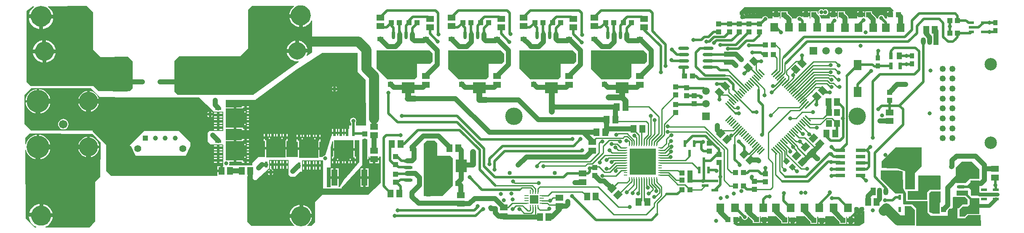
<source format=gtl>
%FSDAX25Y25*%
%MOIN*%
%SFA1B1*%

%IPPOS*%
%AMD23*
4,1,4,0.003500,0.038300,-0.038300,-0.003500,-0.003500,-0.038300,0.038300,0.003500,0.003500,0.038300,0.0*
%
%AMD24*
4,1,4,-0.038300,0.003500,0.003500,-0.038300,0.038300,-0.003500,-0.003500,0.038300,-0.038300,0.003500,0.0*
%
%AMD35*
4,1,4,-0.027700,0.000000,0.000000,-0.027700,0.027700,0.000000,0.000000,0.027700,-0.027700,0.000000,0.0*
%
%AMD38*
4,1,4,-0.023600,-0.015300,-0.015300,-0.023600,0.023600,0.015300,0.015300,0.023600,-0.023600,-0.015300,0.0*
1,1,0.011810,-0.019400,-0.019400*
1,1,0.011810,0.019400,0.019400*
%
%AMD39*
4,1,4,0.015300,-0.023600,0.023600,-0.015300,-0.015300,0.023600,-0.023600,0.015300,0.015300,-0.023600,0.0*
1,1,0.011810,0.019400,-0.019400*
1,1,0.011810,-0.019400,0.019400*
%
%ADD10C,0.010000*%
%ADD11R,0.049210X0.059060*%
%ADD12R,0.039370X0.039370*%
%ADD13R,0.024800X0.032680*%
%ADD14R,0.062990X0.078740*%
%ADD15R,0.048030X0.035830*%
%ADD16R,0.035830X0.048030*%
%ADD17R,0.150000X0.153940*%
%ADD18R,0.050000X0.024020*%
%ADD19R,0.040160X0.024020*%
%ADD20R,0.074800X0.027560*%
%ADD21R,0.037400X0.039370*%
%ADD22R,0.059060X0.049210*%
G04~CAMADD=23~9~0.0~0.0~590.6~492.1~0.0~0.0~0~0.0~0.0~0.0~0.0~0~0.0~0.0~0.0~0.0~0~0.0~0.0~0.0~45.0~766.0~765.0*
%ADD23D23*%
G04~CAMADD=24~9~0.0~0.0~590.6~492.1~0.0~0.0~0~0.0~0.0~0.0~0.0~0~0.0~0.0~0.0~0.0~0~0.0~0.0~0.0~135.0~766.0~765.0*
%ADD24D24*%
%ADD25R,0.061020X0.070870*%
%ADD26R,0.102360X0.088580*%
%ADD27R,0.088580X0.102360*%
%ADD28R,0.023620X0.055120*%
%ADD29R,0.055120X0.023620*%
%ADD30R,0.153940X0.150000*%
%ADD31R,0.024020X0.050000*%
%ADD32R,0.024020X0.040160*%
%ADD33R,0.082680X0.257870*%
%ADD34R,0.039370X0.039370*%
G04~CAMADD=35~10~0.0~393.7~0.0~0.0~0.0~0.0~0~0.0~0.0~0.0~0.0~0~0.0~0.0~0.0~0.0~0~0.0~0.0~0.0~135.0~393.7~0.0*
%ADD35D35*%
%ADD36R,0.047240X0.129920*%
%ADD37R,0.043310X0.023620*%
G04~CAMADD=38~3~0.0~0.0~118.1~669.3~0.0~0.0~0~0.0~0.0~0.0~0.0~0~0.0~0.0~0.0~0.0~0~0.0~0.0~0.0~135.0~506.0~506.0*
%ADD38D38*%
G04~CAMADD=39~3~0.0~0.0~118.1~669.3~0.0~0.0~0~0.0~0.0~0.0~0.0~0~0.0~0.0~0.0~0.0~0~0.0~0.0~0.0~225.0~506.0~506.0*
%ADD39D39*%
%ADD40O,0.023620X0.070870*%
%ADD41O,0.070870X0.023620*%
%ADD42R,0.025590X0.053150*%
%ADD43R,0.041340X0.053150*%
%ADD44O,0.086610X0.023620*%
%ADD45R,0.045280X0.021650*%
%ADD46R,0.023620X0.041340*%
%ADD47R,0.037400X0.094490*%
%ADD48R,0.129920X0.094490*%
%ADD49R,0.045280X0.055120*%
%ADD50R,0.208660X0.208660*%
%ADD51O,0.009840X0.031500*%
%ADD52O,0.031500X0.009840*%
%ADD53O,0.033470X0.009840*%
%ADD54O,0.009840X0.033470*%
%ADD55R,0.066930X0.066930*%
%ADD56C,0.019690*%
%ADD57C,0.009840*%
%ADD58C,0.039370*%
%ADD59C,0.015750*%
%ADD60C,0.078740*%
%ADD61C,0.031500*%
%ADD62C,0.047240*%
%ADD63C,0.007870*%
%ADD64C,0.029530*%
%ADD65R,0.174210X0.156500*%
%ADD66R,0.185040X0.178150*%
%ADD67R,0.056100X0.058070*%
%ADD68R,0.101380X0.281500*%
%ADD69R,0.185040X0.200790*%
%ADD70R,0.181100X0.167320*%
%ADD71R,0.041340X0.059060*%
%ADD72O,0.041340X0.059060*%
%ADD73C,0.067000*%
%ADD74C,0.150000*%
%ADD75C,0.180000*%
%ADD76C,0.098430*%
%ADD77C,0.049210*%
%ADD78C,0.137800*%
%ADD79C,0.118110*%
%ADD80C,0.055120*%
%ADD81C,0.039370*%
%ADD82C,0.033470*%
%ADD83C,0.059060*%
%ADD84R,0.059060X0.059060*%
%ADD85R,0.059060X0.059060*%
%ADD86C,0.031500*%
%ADD87C,0.025980*%
%LNbms-1*%
%LPD*%
G36*
X0770324Y0134382D02*
X0770507Y0133461D01*
X0770324Y0132539*
X0769982Y0132028*
X0770461Y0131883*
Y0122437*
X0766524Y0120075*
X0670067*
X0666985Y0121756*
X0667109Y0122240*
X0667311*
Y0124997*
X0668786*
Y0126472*
X0671543*
Y0127555*
X0673024*
X0673600Y0126979*
X0673747Y0126240*
X0674269Y0125458*
X0675051Y0124936*
X0675973Y0124753*
X0676894Y0124936*
X0677675Y0125458*
X0678198Y0126240*
X0678381Y0127161*
X0678922Y0127269*
X0682370Y0123821*
Y0122240*
X0684945*
X0685126Y0122216*
X0685307Y0122240*
X0687882*
Y0124815*
X0687906Y0124996*
X0687882Y0125177*
Y0127555*
X0688669*
Y0126472*
X0694181*
Y0127555*
X0700880*
X0704811Y0123624*
Y0122043*
X0707386*
X0707567Y0122020*
X0707748Y0122043*
X0710323*
Y0124619*
X0710347Y0124799*
X0710323Y0124980*
Y0127336*
X0710785Y0127527*
X0711110Y0127201*
Y0126276*
X0716622*
Y0127201*
Y0127555*
X0723616*
X0727843Y0123329*
Y0121748*
X0730418*
X0730598Y0121724*
X0730779Y0121748*
X0733354*
Y0124323*
X0733378Y0124504*
X0733354Y0124685*
Y0127260*
X0733484Y0127389*
X0733816Y0127527*
X0734142Y0127201*
Y0125980*
X0739653*
Y0127201*
X0739654Y0127260*
X0739949Y0127555*
X0746549*
X0750776Y0123329*
Y0121748*
X0753351*
X0753532Y0121724*
X0753712Y0121748*
X0756287*
Y0124323*
X0756311Y0124504*
X0756287Y0124685*
Y0127260*
X0756417Y0127389*
X0756749Y0127527*
X0757075Y0127201*
Y0125980*
X0758354*
Y0127260*
X0759795*
X0759604Y0127722*
X0762587Y0130705*
Y0131901*
X0763065Y0132046*
X0762735Y0132539*
X0762552Y0133461*
X0762735Y0134382*
X0763106Y0134937*
X0764962*
Y0133462*
X0766437*
Y0132575*
X0766622*
Y0133462*
X0768097*
Y0134937*
X0769953*
X0770324Y0134382*
G37*
G36*
X0323109Y0265819D02*
X0324403Y0265426D01*
X0325596Y0264789*
X0326642Y0263931*
X0327500Y0262885*
X0328138Y0261692*
X0328531Y0260397*
X0328663Y0259051*
X0328531Y0257705*
X0328138Y0256411*
X0327500Y0255218*
X0326642Y0254172*
X0325596Y0253314*
X0324403Y0252676*
X0323109Y0252283*
X0321763Y0252151*
X0320416Y0252283*
X0319122Y0252676*
X0317929Y0253314*
X0316883Y0254172*
X0316025Y0255218*
X0315388Y0256411*
X0314995Y0257705*
X0314862Y0259051*
X0314995Y0260397*
X0315388Y0261692*
X0316025Y0262885*
X0316883Y0263931*
X0317929Y0264789*
X0319122Y0265426*
X0320416Y0265819*
X0321763Y0265952*
X0323109Y0265819*
G37*
G36*
X0165736Y0222437D02*
X0177547D01*
Y0222043*
X0244083*
X0255894Y0210626*
X0263374*
Y0195272*
X0252744*
X0250795Y0194083*
Y0186583*
X0253138Y0184642*
X0262980*
X0263374Y0184248*
Y0169914*
X0263328Y0169681*
X0263374Y0169448*
Y0167323*
X0262779*
Y0163582*
X0261796*
Y0162598*
X0258547*
Y0159843*
X0258543Y0159839*
X0174398*
X0170461Y0163776*
Y0184248*
X0159831Y0194878*
Y0195665*
X0111406*
X0105894Y0201177*
Y0224012*
X0111406Y0229524*
X0158650*
X0165736Y0222437*
G37*
G36*
X0159831Y0192909D02*
X0166130Y0186216D01*
X0166032Y0159150*
X0161799Y0154917*
Y0123618*
X0157468Y0118795*
X0122545*
X0122471Y0119290*
X0122509Y0119301*
X0124145Y0120176*
X0125580Y0121353*
X0126757Y0122788*
X0127632Y0124425*
X0128171Y0126200*
X0128352Y0128047*
X0128171Y0129894*
X0127632Y0131670*
X0126757Y0133307*
X0125580Y0134741*
X0124145Y0135918*
X0122509Y0136793*
X0120733Y0137332*
X0118886Y0137514*
X0117039Y0137332*
X0115263Y0136793*
X0113626Y0135918*
X0112192Y0134741*
X0111015Y0133307*
X0110140Y0131670*
X0109601Y0129894*
X0109419Y0128047*
X0109601Y0126200*
X0110140Y0124425*
X0111015Y0122788*
X0112192Y0121353*
X0113626Y0120176*
X0115263Y0119301*
X0115300Y0119290*
X0115227Y0118795*
X0113965*
X0106780Y0125980*
X0106696Y0180218*
X0107191Y0180292*
X0107634Y0178830*
X0108543Y0177130*
X0109766Y0175639*
X0111257Y0174416*
X0112957Y0173507*
X0114802Y0172948*
X0115736Y0172856*
Y0182593*
Y0192332*
X0114802Y0192239*
X0112957Y0191680*
X0111257Y0190771*
X0109766Y0189548*
X0108543Y0188058*
X0107634Y0186357*
X0107184Y0184872*
X0106689Y0184945*
X0106681Y0190154*
X0110224Y0193303*
X0159831Y0192909*
G37*
G36*
X0319357Y0294407D02*
X0318124Y0293395D01*
X0316983Y0292005*
X0316135Y0290418*
X0315612Y0288696*
X0315436Y0286906*
X0315612Y0285115*
X0316135Y0283393*
X0316983Y0281806*
X0318124Y0280416*
X0319515Y0279274*
X0321102Y0278426*
X0322824Y0277904*
X0324614Y0277727*
X0326405Y0277904*
X0328126Y0278426*
X0329713Y0279274*
X0331104Y0280416*
X0332245Y0281806*
X0332968Y0283158*
X0333453Y0283036*
Y0257772*
X0329511Y0254913*
X0329134Y0255242*
X0329414Y0255765*
X0329888Y0257328*
X0330048Y0258953*
X0329888Y0260578*
X0329414Y0262140*
X0328644Y0263580*
X0327608Y0264843*
X0326346Y0265879*
X0324906Y0266648*
X0323343Y0267122*
X0321719Y0267282*
X0320093Y0267122*
X0318531Y0266648*
X0317091Y0265879*
X0315829Y0264843*
X0314793Y0263580*
X0314023Y0262140*
X0313549Y0260578*
X0313389Y0258953*
X0313549Y0257328*
X0314023Y0255765*
X0314793Y0254325*
X0315829Y0253063*
X0317091Y0252027*
X0318531Y0251257*
X0320093Y0250783*
X0321719Y0250623*
X0322939Y0250743*
X0323116Y0250276*
X0286898Y0224012*
X0227252*
X0224496Y0226472*
Y0250980*
X0228236Y0254720*
X0276465*
X0282862Y0261118*
Y0291728*
X0286012Y0294878*
X0319188*
X0319357Y0294407*
G37*
G36*
X0831000Y0139000D02*
X0830295Y0138083D01*
Y0129583*
X0824795*
X0822000Y0131000*
Y0146000*
X0823500Y0147500*
X0831000*
Y0139000*
G37*
G36*
X0120693Y0294508D02*
X0122241Y0294039D01*
X0123668Y0293276*
X0124919Y0292249*
X0125945Y0290999*
X0126708Y0289572*
X0127178Y0288023*
X0127336Y0286413*
X0127178Y0284803*
X0126708Y0283255*
X0125945Y0281828*
X0124919Y0280577*
X0123668Y0279551*
X0122241Y0278788*
X0120693Y0278319*
X0119083Y0278160*
X0117473Y0278319*
X0115924Y0278788*
X0114497Y0279551*
X0113247Y0280577*
X0112220Y0281828*
X0111458Y0283255*
X0110988Y0284803*
X0110829Y0286413*
X0110988Y0288023*
X0111458Y0289572*
X0112220Y0290999*
X0113247Y0292249*
X0114497Y0293276*
X0115924Y0294039*
X0117473Y0294508*
X0119083Y0294667*
X0120693Y0294508*
G37*
G36*
X0160126Y0289858D02*
X0160224D01*
Y0259937*
X0166228Y0253933*
X0188079Y0254228*
X0191524Y0250783*
Y0229130*
X0189358Y0226965*
X0187587*
Y0226768*
X0176071*
X0175874Y0226965*
X0164457*
X0160323Y0230902*
X0110815*
Y0231197*
X0107567Y0234445*
Y0290843*
X0112488Y0294386*
X0113346Y0294390*
X0113516Y0293919*
X0112211Y0292849*
X0110997Y0291369*
X0110094Y0289681*
X0109539Y0287850*
X0109351Y0285945*
X0109539Y0284040*
X0110094Y0282209*
X0110997Y0280521*
X0112211Y0279041*
X0113690Y0277827*
X0115378Y0276925*
X0117210Y0276369*
X0119115Y0276182*
X0121019Y0276369*
X0122851Y0276925*
X0124539Y0277827*
X0126018Y0279041*
X0127232Y0280521*
X0128135Y0282209*
X0128690Y0284040*
X0128878Y0285945*
X0128690Y0287850*
X0128135Y0289681*
X0127232Y0291369*
X0126018Y0292849*
X0124539Y0294063*
X0124633Y0294442*
X0155402Y0294583*
X0160126Y0289858*
G37*
G36*
X0387784Y0153933D02*
X0378024Y0144551D01*
X0341524*
X0336024Y0139051*
Y0123051*
X0333024Y0120051*
X0329797*
X0329628Y0120522*
X0330976Y0121628*
X0332088Y0122983*
X0332914Y0124528*
X0333422Y0126205*
X0333594Y0127949*
X0333422Y0129693*
X0332914Y0131369*
X0332088Y0132915*
X0330976Y0134269*
X0329622Y0135381*
X0328076Y0136207*
X0326400Y0136715*
X0324656Y0136887*
X0322912Y0136715*
X0321235Y0136207*
X0319690Y0135381*
X0318335Y0134269*
X0317224Y0132915*
X0316398Y0131369*
X0315889Y0129693*
X0315717Y0127949*
X0315889Y0126205*
X0316398Y0124528*
X0317224Y0122983*
X0318335Y0121628*
X0319684Y0120522*
X0319515Y0120051*
X0285524*
X0282394Y0123181*
X0282289Y0159488*
X0282642Y0159843*
X0283701*
Y0163584*
X0285669*
Y0159843*
X0286602*
Y0156295*
X0289358*
X0299108Y0165295*
X0299284*
Y0165457*
X0299594Y0165744*
Y0168033*
X0299704Y0168583*
X0299594Y0169132*
Y0172437*
X0314949*
X0315071Y0170004*
Y0160504*
X0316524Y0159051*
X0320024*
X0324004Y0162988*
X0325579*
Y0172043*
X0342114*
Y0149602*
X0342508*
X0357024Y0149551*
Y0150472*
X0378335Y0173618*
Y0175193*
X0378973*
Y0173972*
X0386453*
Y0175193*
X0387784*
Y0153933*
G37*
G36*
X0429000Y0256750D02*
Y0250750D01*
X0427000Y0248750*
X0416750*
Y0238250*
X0414750Y0236250*
X0393250*
X0384750Y0244750*
Y0259250*
X0426500*
X0429000Y0256750*
G37*
G36*
X0485500D02*
Y0250750D01*
X0483500Y0248750*
X0473250*
Y0238250*
X0471250Y0236250*
X0449750*
X0441250Y0244750*
Y0259250*
X0483000*
X0485500Y0256750*
G37*
G36*
X0861500Y0165000D02*
Y0157500D01*
X0854000*
X0850500Y0154000*
X0843500*
X0843000Y0154500*
Y0166500*
X0847500Y0171000*
X0855500*
X0861500Y0165000*
G37*
G36*
X0816000Y0167500D02*
X0810500Y0162000D01*
Y0149000*
X0803000*
Y0163500*
X0796445Y0165744*
X0792114*
X0784240Y0166138*
Y0171256*
X0795500Y0182500*
X0816000*
Y0167500*
G37*
G36*
X0542500Y0256750D02*
Y0250750D01*
X0540500Y0248750*
X0530250*
Y0238250*
X0528250Y0236250*
X0506250*
X0497750Y0244750*
Y0259250*
X0540000*
X0542500Y0256750*
G37*
G36*
X0432463Y0185878D02*
Y0175628D01*
X0442963*
X0444963Y0173628*
Y0152128*
X0436463Y0143628*
X0421963*
Y0175378*
Y0185378*
X0424463Y0187878*
X0430463*
X0432463Y0185878*
G37*
G36*
X0830795Y0159583D02*
Y0149083D01*
X0830295Y0148583*
X0822295*
X0820295Y0146583*
Y0140583*
X0804795*
Y0147583*
X0813295*
Y0160083*
X0830295*
X0830795Y0159583*
G37*
G36*
X0598500Y0256750D02*
Y0250750D01*
X0596500Y0248750*
X0586250*
Y0238250*
X0584250Y0236250*
X0562750*
X0554250Y0244750*
Y0259250*
X0596000*
X0598500Y0256750*
G37*
G36*
X0861500Y0144000D02*
X0855000D01*
Y0148500*
X0853500Y0150000*
X0844500*
Y0152000*
X0852000*
X0854500Y0154500*
Y0156000*
X0861500*
Y0144000*
G37*
G36*
X0326051Y0295019D02*
X0327547Y0294566D01*
X0328925Y0293829*
X0330133Y0292838*
X0331124Y0291630*
X0331861Y0290251*
X0332315Y0288756*
X0332468Y0287201*
X0332315Y0285646*
X0331861Y0284150*
X0331124Y0282772*
X0330133Y0281564*
X0328925Y0280572*
X0327547Y0279836*
X0326051Y0279382*
X0324496Y0279229*
X0322941Y0279382*
X0321445Y0279836*
X0320067Y0280572*
X0318859Y0281564*
X0317868Y0282772*
X0317131Y0284150*
X0316677Y0285646*
X0316524Y0287201*
X0316677Y0288756*
X0317131Y0290251*
X0317868Y0291630*
X0318859Y0292838*
X0320067Y0293829*
X0321445Y0294566*
X0322941Y0295019*
X0324496Y0295173*
X0326051Y0295019*
G37*
G36*
X0120426Y0135625D02*
X0121818Y0135202D01*
X0123102Y0134516*
X0124227Y0133593*
X0125151Y0132467*
X0125837Y0131184*
X0126259Y0129791*
X0126402Y0128342*
X0126259Y0126894*
X0125837Y0125501*
X0125151Y0124217*
X0124227Y0123092*
X0123102Y0122169*
X0121818Y0121483*
X0120426Y0121060*
X0118977Y0120918*
X0117528Y0121060*
X0116136Y0121483*
X0114852Y0122169*
X0113727Y0123092*
X0112803Y0124217*
X0112117Y0125501*
X0111695Y0126894*
X0111552Y0128342*
X0111695Y0129791*
X0112117Y0131184*
X0112803Y0132467*
X0113727Y0133593*
X0114852Y0134516*
X0116136Y0135202*
X0117528Y0135625*
X0118977Y0135767*
X0120426Y0135625*
G37*
G36*
X0370854Y0170862D02*
X0363768Y0162237D01*
X0359043Y0156689*
X0355106Y0150783*
X0354551*
Y0150784*
Y0151094*
Y0151137*
Y0157394*
X0348252*
Y0151137*
Y0151094*
X0347941Y0150783*
X0345264*
Y0166532*
X0348413*
Y0182280*
X0349733Y0187227*
X0350228Y0187162*
Y0181634*
X0367197*
Y0188185*
X0370854*
Y0170862*
G37*
G36*
X0369673Y0242516D02*
X0375972Y0235823D01*
X0376362Y0199958*
X0376011Y0199602*
X0368102*
Y0202238*
X0368355Y0202618*
X0368538Y0203539*
X0368355Y0204461*
X0367833Y0205242*
X0367052Y0205765*
X0366130Y0205948*
X0365208Y0205765*
X0364427Y0205242*
X0363905Y0204461*
X0363721Y0203539*
X0363905Y0202618*
X0364427Y0201836*
X0364489Y0201795*
Y0199602*
X0362980*
X0362924Y0197165*
X0362197*
Y0193877*
X0361214*
Y0192894*
X0359224*
Y0191583*
X0358201*
Y0192894*
X0354224*
Y0191583*
X0353201*
Y0192894*
X0349224*
Y0191583*
X0348795*
X0344295Y0176583*
X0343654Y0175941*
X0343161Y0175843*
X0342380Y0175321*
X0341886Y0174583*
X0339280*
Y0180327*
X0322311*
Y0174583*
X0313280*
Y0180827*
X0296311*
Y0174583*
X0290795*
X0286209Y0169996*
Y0168106*
X0268055*
X0267820Y0168547*
X0267961Y0168759*
X0268145Y0169681*
X0267961Y0170603*
X0267925Y0170657*
X0268161Y0171098*
X0271539*
Y0179582*
Y0188067*
X0265667*
X0265314Y0188421*
X0265322Y0197098*
X0271539*
Y0205582*
Y0214067*
X0265691*
X0265337Y0214421*
X0265342Y0220075*
X0288571*
X0320461Y0243697*
X0341721Y0257476*
X0369673*
Y0242516*
G37*
G36*
X0800997Y0163382D02*
X0801169Y0149996D01*
X0803753Y0145665*
X0803623Y0139583*
X0820623*
Y0130583*
X0823123Y0128083*
X0836623*
Y0131583*
X0837123Y0133083*
X0837623Y0133583*
X0839623*
X0840623Y0134583*
Y0142583*
X0841123Y0143083*
X0850123*
X0852123Y0141083*
Y0137083*
X0848123*
X0845123Y0134083*
X0844123*
Y0126083*
X0850623*
Y0126583*
X0852623Y0128583*
X0862623*
X0862808Y0120075*
X0811627*
X0811623Y0134083*
X0808623Y0137083*
X0801623*
X0801123Y0137583*
Y0145583*
X0800929Y0145665*
X0795264*
X0791061Y0149868*
X0790761Y0149996*
X0783674Y0157476*
Y0164169*
X0797404*
X0800997Y0163382*
G37*
G36*
X0810500Y0132750D02*
Y0120250D01*
X0802500*
Y0135750*
X0807500*
X0810500Y0132750*
G37*
G36*
X0326042Y0135126D02*
X0327433Y0134703D01*
X0328715Y0134018*
X0329839Y0133095*
X0330762Y0131971*
X0331448Y0130689*
X0331870Y0129297*
X0332012Y0127850*
X0331870Y0126403*
X0331448Y0125012*
X0330762Y0123729*
X0329839Y0122605*
X0328715Y0121683*
X0327433Y0120997*
X0326042Y0120575*
X0324594Y0120433*
X0323147Y0120575*
X0321756Y0120997*
X0320474Y0121683*
X0319349Y0122605*
X0318427Y0123729*
X0317741Y0125012*
X0317319Y0126403*
X0317177Y0127850*
X0317319Y0129297*
X0317741Y0130689*
X0318427Y0131971*
X0319349Y0133095*
X0320474Y0134018*
X0321756Y0134703*
X0323147Y0135126*
X0324594Y0135268*
X0326042Y0135126*
G37*
G36*
X0852500Y0145000D02*
X0855500Y0142000D01*
X0861500*
Y0129500*
X0852000*
X0850000Y0127500*
X0846000*
Y0133000*
X0848500Y0135500*
X0852500*
X0854000Y0137000*
Y0141000*
X0851000Y0144000*
X0843500*
Y0148000*
X0852500*
Y0145000*
G37*
G36*
X0793689Y0291335D02*
Y0290547D01*
X0792803*
Y0287790*
X0791328*
Y0286315*
X0788571*
Y0285035*
Y0284995*
X0788217Y0284642*
X0787097*
X0786442Y0285296*
X0786295Y0286036*
X0785773Y0286817*
X0784992Y0287339*
X0784070Y0287523*
X0783148Y0287339*
X0782367Y0286817*
X0781845Y0286036*
X0781662Y0285114*
X0781679Y0285028*
X0781361Y0284642*
X0780361*
X0780331Y0284869*
X0780053Y0285539*
X0779611Y0286115*
X0776760Y0288966*
Y0290547*
X0774185*
X0774004Y0290571*
X0773823Y0290547*
X0771248*
Y0287972*
X0771224Y0287791*
X0771248Y0287611*
Y0286028*
X0770913Y0285753*
X0770461Y0285967*
Y0286315*
X0764949*
Y0285035*
Y0284995*
X0764595Y0284642*
X0757984*
Y0284937*
X0757890Y0285656*
X0757612Y0286327*
X0757170Y0286902*
X0755106Y0288966*
Y0290547*
X0752531*
X0752350Y0290571*
X0752170Y0290547*
X0749594*
Y0287972*
X0749571Y0287791*
X0749594Y0287611*
Y0285035*
Y0284995*
X0749241Y0284642*
X0748807*
Y0285035*
Y0286315*
X0743295*
Y0285035*
Y0284995*
X0742942Y0284642*
X0736134*
Y0285134*
X0736039Y0285853*
X0735762Y0286524*
X0735320Y0287099*
X0735085Y0287334*
X0735402Y0287721*
X0735681Y0287535*
X0736602Y0287351*
X0737524Y0287535*
X0738177Y0287971*
X0738830Y0287535*
X0739752Y0287351*
X0740674Y0287535*
X0741455Y0288057*
X0741977Y0288838*
X0742161Y0289760*
X0741977Y0290682*
X0741455Y0291463*
X0740674Y0291985*
X0739752Y0292168*
X0738830Y0291985*
X0738177Y0291549*
X0737524Y0291985*
X0736602Y0292168*
X0735681Y0291985*
X0734899Y0291463*
X0734377Y0290682*
X0734194Y0289760*
X0734377Y0288838*
X0734563Y0288560*
X0734177Y0288242*
X0733453Y0288966*
Y0290547*
X0730877*
X0730697Y0290571*
X0730516Y0290547*
X0727941*
Y0287972*
X0727917Y0287791*
X0727941Y0287611*
Y0285035*
Y0284995*
X0727587Y0284642*
X0727153*
Y0285035*
Y0286315*
X0721642*
Y0286272*
X0721268Y0285712*
X0720983Y0285951*
X0720201Y0286473*
X0719279Y0286656*
X0718358Y0286473*
X0717577Y0285951*
X0717054Y0285170*
X0716949Y0284642*
X0713517*
X0713500Y0284771*
X0713419Y0284967*
X0713222Y0285441*
X0712781Y0286017*
X0709831Y0288966*
Y0290547*
X0707255*
X0707075Y0290571*
X0706894Y0290547*
X0704319*
Y0287972*
X0704295Y0287791*
X0704319Y0287611*
Y0285035*
Y0284995*
X0703965Y0284642*
X0703532*
Y0285035*
Y0286315*
X0698020*
Y0285035*
Y0284995*
X0697666Y0284642*
X0694444*
X0694339Y0285170*
X0693817Y0285951*
X0693036Y0286473*
X0692114Y0286656*
X0691192Y0286473*
X0690411Y0285951*
X0689889Y0285170*
X0689784Y0284642*
X0676572*
X0676255Y0285028*
X0676229Y0284901*
X0675859Y0284346*
X0674003*
Y0285822*
X0672528*
Y0287677*
X0672476Y0287643*
X0672035Y0287879*
Y0290154*
X0675579Y0293697*
X0791327*
X0793689Y0291335*
G37*
%LNbms-2*%
%LPC*%
G36*
X0311311Y0171870D02*
X0310307D01*
Y0169567*
X0311311*
Y0171870*
G37*
G36*
X0332311Y0171370D02*
X0331307D01*
Y0169067*
X0332311*
Y0171370*
G37*
G36*
X0337311D02*
X0336307D01*
Y0169067*
X0337311*
Y0171370*
G37*
G36*
X0335283D02*
X0334279D01*
Y0169067*
X0335283*
Y0171370*
G37*
G36*
X0381728Y0172004D02*
X0378973D01*
Y0169740*
X0381728*
Y0172004*
G37*
G36*
X0386453D02*
X0383697D01*
Y0169740*
X0386453*
Y0172004*
G37*
G36*
X0314283Y0171870D02*
X0313280D01*
Y0169567*
X0314283*
Y0171870*
G37*
G36*
X0353201Y0171378D02*
X0352197D01*
Y0169567*
X0353201*
Y0171378*
G37*
G36*
X0350228D02*
X0349224D01*
Y0169567*
X0350228*
Y0171378*
G37*
G36*
X0340283Y0171370D02*
X0339280D01*
Y0169067*
X0340283*
Y0171370*
G37*
G36*
X0363201Y0171378D02*
X0362197D01*
Y0169567*
X0363201*
Y0171378*
G37*
G36*
X0309283Y0171870D02*
X0308279D01*
Y0169567*
X0309283*
Y0171870*
G37*
G36*
X0360228Y0171378D02*
X0359224D01*
Y0169567*
X0360228*
Y0171378*
G37*
G36*
X0355228D02*
X0354224D01*
Y0169567*
X0355228*
Y0171378*
G37*
G36*
X0358201D02*
X0357197D01*
Y0169567*
X0358201*
Y0171378*
G37*
G36*
X0301311Y0171870D02*
X0300307D01*
Y0169567*
X0301311*
Y0171870*
G37*
G36*
X0368201Y0171378D02*
X0367197D01*
Y0169567*
X0368201*
Y0171378*
G37*
G36*
X0365228D02*
X0364224D01*
Y0169567*
X0365228*
Y0171378*
G37*
G36*
X0306311Y0171870D02*
X0305307D01*
Y0169567*
X0306311*
Y0171870*
G37*
G36*
X0304283D02*
X0303279D01*
Y0169567*
X0304283*
Y0171870*
G37*
G36*
X0258311Y0171098D02*
X0256008D01*
Y0170095*
X0258311*
Y0171098*
G37*
G36*
X0200776Y0195665D02*
X0188833Y0183723D01*
X0190146Y0183461*
X0194083Y0175587*
X0233453*
X0237390Y0183461*
Y0186216*
X0228335Y0195272*
X0201169*
X0200776Y0195665*
G37*
G36*
X0258311Y0179071D02*
X0256008D01*
Y0178067*
X0258311*
Y0179071*
G37*
G36*
X0283606Y0176098D02*
X0281795D01*
Y0175094*
X0283606*
Y0176098*
G37*
G36*
X0258311D02*
X0256008D01*
Y0175094*
X0258311*
Y0176098*
G37*
G36*
X0262583D02*
X0260279D01*
Y0175094*
X0262583*
Y0176098*
G37*
G36*
Y0179071D02*
X0260279D01*
Y0178067*
X0262583*
Y0179071*
G37*
G36*
X0283606Y0181098D02*
X0281795D01*
Y0180095*
X0283606*
Y0181098*
G37*
G36*
X0279827Y0189071D02*
X0278016D01*
Y0188067*
X0273508*
Y0180567*
X0279827*
Y0182082*
Y0184071*
X0280811*
Y0185094*
X0279827*
Y0187082*
Y0189071*
G37*
G36*
X0262583Y0181098D02*
X0260279D01*
Y0180095*
X0262583*
Y0181098*
G37*
G36*
X0283606Y0179071D02*
X0281795D01*
Y0178067*
X0283606*
Y0179071*
G37*
G36*
X0258311Y0181098D02*
X0256008D01*
Y0180095*
X0258311*
Y0181098*
G37*
G36*
X0357728Y0179665D02*
X0350228D01*
Y0175157*
X0349224*
Y0173346*
X0353201*
Y0172362*
X0354224*
Y0173346*
X0357728*
Y0179665*
G37*
G36*
X0367197D02*
X0359697D01*
Y0173346*
X0363201*
Y0172362*
X0364224*
Y0173346*
X0368201*
Y0175157*
X0367197*
Y0179665*
G37*
G36*
X0283606Y0171098D02*
X0281795D01*
Y0170095*
X0283606*
Y0171098*
G37*
G36*
X0262583D02*
X0260279D01*
Y0170095*
X0262583*
Y0171098*
G37*
G36*
X0279827Y0178598D02*
X0273508D01*
Y0171098*
X0278016*
Y0170095*
X0279827*
Y0172082*
Y0174071*
X0280811*
Y0175094*
X0279827*
Y0177082*
Y0178598*
G37*
G36*
X0126458Y0181609D02*
X0117705D01*
Y0172856*
X0118639Y0172948*
X0120484Y0173507*
X0122184Y0174416*
X0123675Y0175639*
X0124898Y0177130*
X0125807Y0178830*
X0126366Y0180675*
X0126458Y0181609*
G37*
G36*
X0155736D02*
X0148490D01*
X0148553Y0180969*
X0149027Y0179407*
X0149796Y0177967*
X0150832Y0176705*
X0152094Y0175670*
X0153534Y0174900*
X0155096Y0174426*
X0155736Y0174363*
Y0181609*
G37*
G36*
X0164951D02*
X0157705D01*
Y0174363*
X0158345Y0174426*
X0159907Y0174900*
X0161347Y0175670*
X0162609Y0176705*
X0163645Y0177967*
X0164414Y0179407*
X0164888Y0180969*
X0164951Y0181609*
G37*
G36*
X0283606Y0174071D02*
X0281795D01*
Y0173067*
X0283606*
Y0174071*
G37*
G36*
X0258311D02*
X0256008D01*
Y0173067*
X0258311*
Y0174071*
G37*
G36*
X0262583D02*
X0260279D01*
Y0173067*
X0262583*
Y0174071*
G37*
G36*
X0330283Y0171370D02*
X0329279D01*
Y0169067*
X0330283*
Y0171370*
G37*
G36*
X0769953Y0131984D02*
X0769575D01*
Y0131606*
X0769802Y0131758*
X0769953Y0131984*
G37*
G36*
X0763484D02*
X0763106D01*
X0763258Y0131758*
X0763484Y0131606*
Y0131984*
G37*
G36*
X0155435Y0137201D02*
X0149791D01*
Y0131557*
X0150119Y0131589*
X0151381Y0131972*
X0152543Y0132593*
X0153563Y0133430*
X0154399Y0134449*
X0155020Y0135611*
X0155403Y0136873*
X0155435Y0137201*
G37*
G36*
X0764039Y0131235D02*
X0764118Y0131116D01*
X0764138Y0131216*
X0764039Y0131235*
G37*
G36*
X0147823Y0137201D02*
X0142179D01*
X0142211Y0136873*
X0142594Y0135611*
X0143215Y0134449*
X0144052Y0133430*
X0145071Y0132593*
X0146233Y0131972*
X0147495Y0131589*
X0147823Y0131557*
Y0137201*
G37*
G36*
X0293492Y0137701D02*
X0287848D01*
X0287880Y0137373*
X0288263Y0136111*
X0288884Y0134949*
X0289721Y0133930*
X0290740Y0133093*
X0291903Y0132472*
X0293164Y0132089*
X0293492Y0132057*
Y0137701*
G37*
G36*
Y0145313D02*
X0293164Y0145281D01*
X0291903Y0144898*
X0290740Y0144277*
X0289721Y0143440*
X0288884Y0142421*
X0288263Y0141259*
X0287880Y0139997*
X0287848Y0139669*
X0293492*
Y0145313*
G37*
G36*
X0295461D02*
Y0139669D01*
X0301105*
X0301072Y0139997*
X0300690Y0141259*
X0300068Y0142421*
X0299232Y0143440*
X0298213Y0144277*
X0297050Y0144898*
X0295788Y0145281*
X0295461Y0145313*
G37*
G36*
X0149791Y0144813D02*
Y0139169D01*
X0155435*
X0155403Y0139497*
X0155020Y0140759*
X0154399Y0141921*
X0153563Y0142940*
X0152543Y0143777*
X0151381Y0144398*
X0150119Y0144781*
X0149791Y0144813*
G37*
G36*
X0301105Y0137701D02*
X0295461D01*
Y0132057*
X0295788Y0132089*
X0297050Y0132472*
X0298213Y0133093*
X0299232Y0133930*
X0300068Y0134949*
X0300690Y0136111*
X0301072Y0137373*
X0301105Y0137701*
G37*
G36*
X0147823Y0144813D02*
X0147495Y0144781D01*
X0146233Y0144398*
X0145071Y0143777*
X0144052Y0142940*
X0143215Y0141921*
X0142594Y0140759*
X0142211Y0139497*
X0142179Y0139169*
X0147823*
Y0144813*
G37*
G36*
X0768378Y0129622D02*
X0768000D01*
Y0129244*
X0768227Y0129395*
X0768378Y0129622*
G37*
G36*
X0762587Y0123028D02*
X0761307D01*
Y0121748*
X0762587*
Y0123028*
G37*
G36*
X0712390Y0123323D02*
X0711110D01*
Y0122043*
X0712390*
Y0123323*
G37*
G36*
X0758354Y0123028D02*
X0757075D01*
Y0121748*
X0758354*
Y0123028*
G37*
G36*
X0735421D02*
X0734142D01*
Y0121748*
X0735421*
Y0123028*
G37*
G36*
X0739653D02*
X0738374D01*
Y0121748*
X0739653*
Y0123028*
G37*
G36*
X0716622Y0123323D02*
X0715343D01*
Y0122043*
X0716622*
Y0123323*
G37*
G36*
X0762587Y0127260D02*
X0761307D01*
Y0125980*
X0762587*
Y0127260*
G37*
G36*
X0765047Y0129622D02*
X0764669D01*
X0764821Y0129395*
X0765047Y0129244*
Y0129622*
G37*
G36*
X0694181Y0123520D02*
X0692902D01*
Y0122240*
X0694181*
Y0123520*
G37*
G36*
X0671543D02*
X0670264D01*
Y0122240*
X0671543*
Y0123520*
G37*
G36*
X0689949D02*
X0688669D01*
Y0122240*
X0689949*
Y0123520*
G37*
G36*
X0374039Y0157394D02*
X0371874D01*
Y0151094*
X0374039*
Y0157394*
G37*
G36*
X0340283Y0167098D02*
X0339280D01*
Y0164795*
X0340283*
Y0167098*
G37*
G36*
X0301311Y0167598D02*
X0300307D01*
Y0165295*
Y0164894*
X0300795Y0164991*
X0301717Y0164808*
X0301814Y0165295*
X0301311*
Y0167598*
G37*
G36*
X0337311Y0167098D02*
X0336307D01*
Y0164795*
X0337311*
Y0167098*
G37*
G36*
X0332311D02*
X0331307D01*
Y0164795*
X0332311*
Y0167098*
G37*
G36*
X0335283D02*
X0334279D01*
Y0164795*
X0335283*
Y0167098*
G37*
G36*
X0304283Y0167598D02*
X0303279D01*
Y0165295*
X0304283*
Y0167598*
G37*
G36*
X0314283D02*
X0313280D01*
Y0165295*
X0314283*
Y0167598*
G37*
G36*
X0327311Y0171370D02*
X0326307D01*
Y0169067*
X0327311*
Y0171370*
G37*
G36*
X0311311Y0167598D02*
X0310307D01*
Y0165295*
X0311311*
Y0167598*
G37*
G36*
X0306311D02*
X0305307D01*
Y0165295*
X0306311*
Y0167598*
G37*
G36*
X0309283D02*
X0308279D01*
Y0165295*
X0309283*
Y0167598*
G37*
G36*
X0330283Y0167098D02*
X0329279D01*
Y0164795*
X0330283*
Y0167098*
G37*
G36*
X0374039Y0165661D02*
X0371874D01*
Y0159362*
X0374039*
Y0165661*
G37*
G36*
X0378173D02*
X0376008D01*
Y0159362*
X0378173*
Y0165661*
G37*
G36*
X0354551D02*
X0352386D01*
Y0159362*
X0354551*
Y0165661*
G37*
G36*
X0378173Y0157394D02*
X0376008D01*
Y0151094*
X0378173*
Y0157394*
G37*
G36*
X0350417Y0165661D02*
X0348252D01*
Y0159362*
X0350417*
Y0165661*
G37*
G36*
X0299811Y0161598D02*
X0298612D01*
X0299092Y0160880*
X0299811Y0160399*
Y0161598*
G37*
G36*
X0260811Y0167323D02*
X0258547D01*
Y0164567*
X0260811*
Y0167323*
G37*
G36*
X0327311Y0167098D02*
X0326307D01*
Y0164795*
X0327311*
Y0167098*
G37*
G36*
X0301780Y0164766D02*
Y0163567D01*
X0302979*
X0302498Y0164286*
X0301780Y0164766*
G37*
G36*
X0302979Y0161598D02*
X0301780D01*
Y0160399*
X0302498Y0160880*
X0302979Y0161598*
G37*
G36*
X0299811Y0164766D02*
X0299092Y0164286D01*
X0298612Y0163567*
X0299811*
Y0164766*
G37*
G36*
X0237413Y0238598D02*
X0233476D01*
Y0225902*
X0237413*
Y0238598*
G37*
G36*
X0350311Y0227791D02*
X0349112D01*
X0349592Y0227073*
X0350311Y0226592*
Y0227791*
G37*
G36*
X0353479D02*
X0352279D01*
Y0226592*
X0352998Y0227073*
X0353479Y0227791*
G37*
G36*
X0155736Y0227124D02*
X0155096Y0227061D01*
X0153534Y0226587*
X0152094Y0225818*
X0150832Y0224782*
X0149796Y0223520*
X0149027Y0222080*
X0148553Y0220518*
X0148490Y0219878*
X0155736*
Y0227124*
G37*
G36*
X0157705D02*
Y0219878D01*
X0164951*
X0164888Y0220518*
X0164414Y0222080*
X0163645Y0223520*
X0162609Y0224782*
X0161347Y0225818*
X0159907Y0226587*
X0158345Y0227061*
X0157705Y0227124*
G37*
G36*
X0231508Y0238598D02*
X0227571D01*
Y0225902*
X0231508*
Y0238598*
G37*
G36*
X0350311Y0230959D02*
X0349592Y0230479D01*
X0349112Y0229760*
X0350311*
Y0230959*
G37*
G36*
X0251760Y0248618D02*
X0250561D01*
X0251041Y0247899*
X0251760Y0247419*
Y0248618*
G37*
G36*
X0254927D02*
X0253728D01*
Y0247419*
X0254447Y0247899*
X0254927Y0248618*
G37*
G36*
X0121615Y0267586D02*
X0119854Y0267412D01*
X0118161Y0266899*
X0116600Y0266064*
X0115233Y0264942*
X0114110Y0263574*
X0113276Y0262013*
X0112762Y0260320*
X0112589Y0258559*
X0112762Y0256798*
X0113276Y0255105*
X0114110Y0253544*
X0115233Y0252176*
X0116600Y0251054*
X0118161Y0250219*
X0119854Y0249706*
X0121615Y0249532*
X0123376Y0249706*
X0125070Y0250219*
X0126630Y0251054*
X0127998Y0252176*
X0129121Y0253544*
X0129955Y0255105*
X0130468Y0256798*
X0130642Y0258559*
X0130468Y0260320*
X0129955Y0262013*
X0129121Y0263574*
X0127998Y0264942*
X0126630Y0266064*
X0125070Y0266899*
X0123376Y0267412*
X0121615Y0267586*
G37*
G36*
X0352279Y0230959D02*
Y0229760D01*
X0353479*
X0352998Y0230479*
X0352279Y0230959*
G37*
G36*
X0231508Y0253264D02*
X0227571D01*
Y0240567*
X0231508*
Y0253264*
G37*
G36*
X0237413D02*
X0233476D01*
Y0240567*
X0237413*
Y0253264*
G37*
G36*
X0115736Y0217909D02*
X0106983D01*
X0107075Y0216975*
X0107634Y0215130*
X0108543Y0213430*
X0109766Y0211939*
X0111257Y0210716*
X0112957Y0209807*
X0114802Y0209248*
X0115736Y0209156*
Y0217909*
G37*
G36*
X0126458D02*
X0117705D01*
Y0209156*
X0118639Y0209248*
X0120484Y0209807*
X0122184Y0210716*
X0123675Y0211939*
X0124898Y0213430*
X0125807Y0215130*
X0126366Y0216975*
X0126458Y0217909*
G37*
G36*
X0251811Y0210766D02*
X0251092Y0210286D01*
X0250612Y0209567*
X0251811*
Y0210766*
G37*
G36*
X0258311Y0210071D02*
X0256008D01*
Y0209067*
X0258311*
Y0210071*
G37*
G36*
X0262583D02*
X0260279D01*
Y0209067*
X0262583*
Y0210071*
G37*
G36*
X0283606D02*
X0281795D01*
Y0209067*
X0283606*
Y0210071*
G37*
G36*
X0253780Y0210766D02*
Y0209567D01*
X0254979*
X0254498Y0210286*
X0253780Y0210766*
G37*
G36*
X0283606Y0215071D02*
X0281795D01*
Y0214067*
X0283606*
Y0215071*
G37*
G36*
X0115736Y0228631D02*
X0114802Y0228539D01*
X0112957Y0227980*
X0111257Y0227071*
X0109766Y0225848*
X0108543Y0224358*
X0107634Y0222657*
X0107075Y0220812*
X0106983Y0219878*
X0115736*
Y0228631*
G37*
G36*
X0117705D02*
Y0219878D01*
X0126458*
X0126366Y0220812*
X0125807Y0222657*
X0124898Y0224358*
X0123675Y0225848*
X0122184Y0227071*
X0120484Y0227980*
X0118639Y0228539*
X0117705Y0228631*
G37*
G36*
X0155736Y0217909D02*
X0148490D01*
X0148553Y0217269*
X0149027Y0215707*
X0149796Y0214267*
X0150832Y0213005*
X0152094Y0211970*
X0153534Y0211200*
X0155096Y0210726*
X0155736Y0210663*
Y0217909*
G37*
G36*
X0164951D02*
X0157705D01*
Y0210663*
X0158345Y0210726*
X0159907Y0211200*
X0161347Y0211970*
X0162609Y0213005*
X0163645Y0214267*
X0164414Y0215707*
X0164888Y0217269*
X0164951Y0217909*
G37*
G36*
X0283606Y0212098D02*
X0281795D01*
Y0211094*
X0283606*
Y0212098*
G37*
G36*
X0251760Y0251786D02*
X0251041Y0251305D01*
X0250561Y0250587*
X0251760*
Y0251786*
G37*
G36*
X0727153Y0290547D02*
X0725874D01*
Y0289268*
X0727153*
Y0290547*
G37*
G36*
X0744575D02*
X0743295D01*
Y0289268*
X0744575*
Y0290547*
G37*
G36*
X0748807D02*
X0747528D01*
Y0289268*
X0748807*
Y0290547*
G37*
G36*
X0699299D02*
X0698020D01*
Y0289268*
X0699299*
Y0290547*
G37*
G36*
X0703532D02*
X0702252D01*
Y0289268*
X0703532*
Y0290547*
G37*
G36*
X0722921D02*
X0721642D01*
Y0289268*
X0722921*
Y0290547*
G37*
G36*
X0766228D02*
X0764949D01*
Y0289268*
X0766228*
Y0290547*
G37*
G36*
X0678630Y0291614D02*
Y0291236D01*
X0679008*
X0678857Y0291463*
X0678630Y0291614*
G37*
G36*
X0681189Y0292008D02*
X0680962Y0291857D01*
X0680811Y0291630*
X0681189*
Y0292008*
G37*
G36*
X0684142D02*
Y0291630D01*
X0684520*
X0684368Y0291857*
X0684142Y0292008*
G37*
G36*
X0770461Y0290547D02*
X0769181D01*
Y0289268*
X0770461*
Y0290547*
G37*
G36*
X0789850D02*
X0788571D01*
Y0289268*
X0789850*
Y0290547*
G37*
G36*
X0675677Y0291614D02*
X0675451Y0291463D01*
X0675299Y0291236*
X0675677*
Y0291614*
G37*
G36*
X0293492Y0274996D02*
X0287848D01*
X0287880Y0274668*
X0288263Y0273407*
X0288884Y0272244*
X0289721Y0271225*
X0290740Y0270388*
X0291903Y0269767*
X0293164Y0269384*
X0293492Y0269352*
Y0274996*
G37*
G36*
X0301105D02*
X0295461D01*
Y0269352*
X0295788Y0269384*
X0297050Y0269767*
X0298213Y0270388*
X0299232Y0271225*
X0300068Y0272244*
X0300690Y0273407*
X0301072Y0274668*
X0301105Y0274996*
G37*
G36*
X0147823Y0282609D02*
X0147495Y0282576D01*
X0146233Y0282194*
X0145071Y0281572*
X0144052Y0280736*
X0143215Y0279717*
X0142594Y0278554*
X0142211Y0277292*
X0142179Y0276965*
X0147823*
Y0282609*
G37*
G36*
X0253728Y0251786D02*
Y0250587D01*
X0254927*
X0254447Y0251305*
X0253728Y0251786*
G37*
G36*
X0147823Y0274996D02*
X0142179D01*
X0142211Y0274668*
X0142594Y0273407*
X0143215Y0272244*
X0144052Y0271225*
X0145071Y0270388*
X0146233Y0269767*
X0147495Y0269384*
X0147823Y0269352*
Y0274996*
G37*
G36*
X0155435D02*
X0149791D01*
Y0269352*
X0150119Y0269384*
X0151381Y0269767*
X0152543Y0270388*
X0153563Y0271225*
X0154399Y0272244*
X0155020Y0273407*
X0155403Y0274668*
X0155435Y0274996*
G37*
G36*
X0149791Y0282609D02*
Y0276965D01*
X0155435*
X0155403Y0277292*
X0155020Y0278554*
X0154399Y0279717*
X0153563Y0280736*
X0152543Y0281572*
X0151381Y0282194*
X0150119Y0282576*
X0149791Y0282609*
G37*
G36*
X0679008Y0288283D02*
X0678630D01*
Y0287905*
X0678857Y0288057*
X0679008Y0288283*
G37*
G36*
X0681189Y0288677D02*
X0680811D01*
X0680962Y0288451*
X0681189Y0288299*
Y0288677*
G37*
G36*
X0684520D02*
X0684142D01*
Y0288299*
X0684368Y0288451*
X0684520Y0288677*
G37*
G36*
X0293492Y0282609D02*
X0293164Y0282576D01*
X0291903Y0282194*
X0290740Y0281572*
X0289721Y0280736*
X0288884Y0279717*
X0288263Y0278554*
X0287880Y0277292*
X0287848Y0276965*
X0293492*
Y0282609*
G37*
G36*
X0295461D02*
Y0276965D01*
X0301105*
X0301072Y0277292*
X0300690Y0278554*
X0300068Y0279717*
X0299232Y0280736*
X0298213Y0281572*
X0297050Y0282194*
X0295788Y0282576*
X0295461Y0282609*
G37*
G36*
X0675175Y0288469D02*
X0674897Y0288054D01*
X0674926Y0288048*
X0675480Y0287678*
Y0287299*
X0675859*
X0675983Y0287113*
X0676260Y0287529*
X0676232Y0287534*
X0675677Y0287905*
Y0288283*
X0675299*
X0675175Y0288469*
G37*
G36*
X0332311Y0192394D02*
X0331307D01*
Y0190583*
X0332311*
Y0192394*
G37*
G36*
X0335283D02*
X0334279D01*
Y0190583*
X0335283*
Y0192394*
G37*
G36*
X0337311D02*
X0336307D01*
Y0190583*
X0337311*
Y0192394*
G37*
G36*
X0325284D02*
X0324279D01*
Y0190583*
X0325284*
Y0192394*
G37*
G36*
X0327311D02*
X0326307D01*
Y0190583*
X0327311*
Y0192394*
G37*
G36*
X0330283D02*
X0329279D01*
Y0190583*
X0330283*
Y0192394*
G37*
G36*
X0340283D02*
X0339280D01*
Y0190583*
X0340283*
Y0192394*
G37*
G36*
X0304283Y0192894D02*
X0303279D01*
Y0191083*
X0304283*
Y0192894*
G37*
G36*
X0306311D02*
X0305307D01*
Y0191083*
X0306311*
Y0192894*
G37*
G36*
X0309283D02*
X0308279D01*
Y0191083*
X0309283*
Y0192894*
G37*
G36*
X0296311D02*
X0295307D01*
Y0191083*
X0296311*
Y0192894*
G37*
G36*
X0299284D02*
X0298280D01*
Y0191083*
X0299284*
Y0192894*
G37*
G36*
X0301311D02*
X0300307D01*
Y0191083*
X0301311*
Y0192894*
G37*
G36*
X0310307Y0190098D02*
X0309284D01*
Y0189114*
X0305780*
Y0182795*
X0313280*
Y0187303*
X0314283*
Y0189114*
X0310307*
Y0190098*
G37*
G36*
X0258311Y0184071D02*
X0256008D01*
Y0183067*
X0258311*
Y0184071*
G37*
G36*
X0262583D02*
X0260279D01*
Y0183067*
X0262583*
Y0184071*
G37*
G36*
X0326307Y0189598D02*
X0325284D01*
Y0188614*
X0321307*
Y0186803*
X0322311*
Y0182295*
X0329811*
Y0188614*
X0326307*
Y0189598*
G37*
G36*
X0336307D02*
X0335284D01*
Y0188614*
X0331780*
Y0182295*
X0339280*
Y0186803*
X0340283*
Y0188614*
X0336307*
Y0189598*
G37*
G36*
X0300307Y0190098D02*
X0299284D01*
Y0189114*
X0295307*
Y0187303*
X0296311*
Y0182795*
X0303811*
Y0189114*
X0300307*
Y0190098*
G37*
G36*
X0283606Y0184071D02*
X0281795D01*
Y0183067*
X0283606*
Y0184071*
G37*
G36*
Y0186098D02*
X0281795D01*
Y0185094*
X0283606*
Y0186098*
G37*
G36*
Y0189071D02*
X0281795D01*
Y0188067*
X0283606*
Y0189071*
G37*
G36*
X0322311Y0192394D02*
X0321307D01*
Y0190583*
X0322311*
Y0192394*
G37*
G36*
X0117705Y0192332D02*
Y0183578D01*
X0126458*
X0126366Y0184512*
X0125807Y0186357*
X0124898Y0188058*
X0123675Y0189548*
X0122184Y0190771*
X0120484Y0191680*
X0118639Y0192239*
X0117705Y0192332*
G37*
G36*
X0155736Y0190824D02*
X0155096Y0190761D01*
X0153534Y0190287*
X0152094Y0189518*
X0150832Y0188482*
X0149796Y0187220*
X0149027Y0185781*
X0148553Y0184218*
X0148490Y0183578*
X0155736*
Y0190824*
G37*
G36*
X0157705D02*
Y0183578D01*
X0164951*
X0164888Y0184218*
X0164414Y0185781*
X0163645Y0187220*
X0162609Y0188482*
X0161347Y0189518*
X0159907Y0190287*
X0158345Y0190761*
X0157705Y0190824*
G37*
G36*
X0311311Y0192894D02*
X0310307D01*
Y0191083*
X0311311*
Y0192894*
G37*
G36*
X0283606Y0202098D02*
X0281795D01*
Y0201095*
X0283606*
Y0202098*
G37*
G36*
X0258311Y0205071D02*
X0256008D01*
Y0204067*
X0258311*
Y0205071*
G37*
G36*
X0262583D02*
X0260279D01*
Y0204067*
X0262583*
Y0205071*
G37*
G36*
X0283606Y0200071D02*
X0281795D01*
Y0199067*
X0283606*
Y0200071*
G37*
G36*
X0258311Y0202098D02*
X0256008D01*
Y0201095*
X0258311*
Y0202098*
G37*
G36*
X0262583D02*
X0260279D01*
Y0201095*
X0262583*
Y0202098*
G37*
G36*
X0283606Y0205071D02*
X0281795D01*
Y0204067*
X0283606*
Y0205071*
G37*
G36*
X0251811Y0207598D02*
X0250612D01*
X0251092Y0206880*
X0251811Y0206399*
Y0207598*
G37*
G36*
X0254979D02*
X0253780D01*
Y0206399*
X0254498Y0206880*
X0254979Y0207598*
G37*
G36*
X0279827Y0215071D02*
X0278016D01*
Y0214067*
X0273508*
Y0206567*
X0279827*
Y0208082*
Y0210071*
X0280811*
Y0211094*
X0279827*
Y0213082*
Y0215071*
G37*
G36*
X0258311Y0207098D02*
X0256008D01*
Y0206095*
X0258311*
Y0207098*
G37*
G36*
X0262583D02*
X0260279D01*
Y0206095*
X0262583*
Y0207098*
G37*
G36*
X0283606D02*
X0281795D01*
Y0206095*
X0283606*
Y0207098*
G37*
G36*
X0262583Y0200071D02*
X0260279D01*
Y0199067*
X0262583*
Y0200071*
G37*
G36*
X0355228Y0197165D02*
X0354224D01*
Y0194862*
X0355228*
Y0197165*
G37*
G36*
X0358201D02*
X0357197D01*
Y0194862*
X0358201*
Y0197165*
G37*
G36*
X0360228D02*
X0359224D01*
Y0194862*
X0360228*
Y0197165*
G37*
G36*
X0314283Y0192894D02*
X0313280D01*
Y0191083*
X0314283*
Y0192894*
G37*
G36*
X0350228Y0197165D02*
X0349224D01*
Y0194862*
X0350228*
Y0197165*
G37*
G36*
X0353201D02*
X0352197D01*
Y0194862*
X0353201*
Y0197165*
G37*
G36*
X0283606Y0197098D02*
X0281795D01*
Y0196095*
X0283606*
Y0197098*
G37*
G36*
X0136721Y0204917D02*
X0135640Y0204775D01*
X0134634Y0204358*
X0133770Y0203695*
X0133107Y0202830*
X0132690Y0201824*
X0132547Y0200744*
X0132690Y0199664*
X0133107Y0198657*
X0133770Y0197793*
X0134634Y0197130*
X0135640Y0196713*
X0136721Y0196571*
X0137801Y0196713*
X0138807Y0197130*
X0139671Y0197793*
X0140334Y0198657*
X0140751Y0199664*
X0140894Y0200744*
X0140751Y0201824*
X0140334Y0202830*
X0139671Y0203695*
X0138807Y0204358*
X0137801Y0204775*
X0136721Y0204917*
G37*
G36*
X0258311Y0200071D02*
X0256008D01*
Y0199067*
X0258311*
Y0200071*
G37*
G36*
Y0197098D02*
X0256008D01*
Y0196095*
X0258311*
Y0197098*
G37*
G36*
X0262583D02*
X0260279D01*
Y0196095*
X0262583*
Y0197098*
G37*
G36*
X0279827Y0204598D02*
X0273508D01*
Y0197098*
X0278016*
Y0196095*
X0279827*
Y0198082*
Y0200071*
X0280811*
Y0201094*
X0279827*
Y0203082*
Y0204598*
G37*
%LNbms-3*%
%LPD*%
G36*
X0123207Y0266030D02*
X0124617Y0265602D01*
X0125917Y0264908*
X0127056Y0263973*
X0127990Y0262834*
X0128685Y0261534*
X0129113Y0260124*
X0129257Y0258658*
X0129113Y0257191*
X0128685Y0255781*
X0127990Y0254481*
X0127056Y0253342*
X0125917Y0252407*
X0124617Y0251712*
X0123207Y0251285*
X0121740Y0251140*
X0120274Y0251285*
X0118863Y0251712*
X0117564Y0252407*
X0116425Y0253342*
X0115490Y0254481*
X0114795Y0255781*
X0114367Y0257191*
X0114223Y0258658*
X0114367Y0260124*
X0114795Y0261534*
X0115490Y0262834*
X0116425Y0263973*
X0117564Y0264908*
X0118863Y0265602*
X0120274Y0266030*
X0121740Y0266175*
X0123207Y0266030*
G37*
G54D10*
X0126366Y0128342D02*
D01*
X0126348Y0128857*
X0126294Y0129370*
X0126204Y0129878*
X0126079Y0130378*
X0125920Y0130869*
X0125727Y0131347*
X0125501Y0131810*
X0125243Y0132257*
X0124954Y0132685*
X0124637Y0133091*
X0124292Y0133474*
X0123921Y0133833*
X0123526Y0134164*
X0123108Y0134467*
X0122671Y0134741*
X0122216Y0134983*
X0121744Y0135192*
X0121260Y0135369*
X0120764Y0135511*
X0120260Y0135618*
X0119749Y0135690*
X0119234Y0135726*
X0118719*
X0118204Y0135690*
X0117693Y0135618*
X0117189Y0135511*
X0116693Y0135369*
X0116209Y0135192*
X0115737Y0134983*
X0115282Y0134741*
X0114845Y0134467*
X0114427Y0134164*
X0114032Y0133833*
X0113661Y0133474*
X0113316Y0133091*
X0112999Y0132685*
X0112710Y0132257*
X0112452Y0131810*
X0112226Y0131347*
X0112033Y0130869*
X0111874Y0130378*
X0111749Y0129878*
X0111659Y0129370*
X0111605Y0128857*
X0111588Y0128342*
X0111605Y0127826*
X0111659Y0127313*
X0111749Y0126805*
X0111874Y0126305*
X0112033Y0125814*
X0112226Y0125336*
X0112452Y0124873*
X0112710Y0124426*
X0112999Y0123998*
X0113316Y0123592*
X0113661Y0123209*
X0114032Y0122850*
X0114427Y0122519*
X0114845Y0122216*
X0115282Y0121942*
X0115737Y0121700*
X0116209Y0121491*
X0116693Y0121314*
X0117189Y0121172*
X0117693Y0121065*
X0118204Y0120993*
X0118719Y0120957*
X0119234*
X0119749Y0120993*
X0120260Y0121065*
X0120764Y0121172*
X0121260Y0121314*
X0121744Y0121491*
X0122216Y0121700*
X0122671Y0121942*
X0123108Y0122216*
X0123526Y0122519*
X0123921Y0122850*
X0124292Y0123209*
X0124637Y0123592*
X0124954Y0123998*
X0125243Y0124426*
X0125501Y0124873*
X0125727Y0125336*
X0125920Y0125814*
X0126079Y0126305*
X0126204Y0126805*
X0126294Y0127313*
X0126348Y0127826*
X0126366Y0128342*
X0331976Y0127850D02*
D01*
X0331958Y0128364*
X0331904Y0128877*
X0331814Y0129384*
X0331690Y0129884*
X0331530Y0130374*
X0331337Y0130852*
X0331111Y0131315*
X0330854Y0131761*
X0330566Y0132189*
X0330248Y0132595*
X0329904Y0132977*
X0329533Y0133335*
X0329138Y0133667*
X0328721Y0133969*
X0328285Y0134242*
X0327830Y0134484*
X0327359Y0134694*
X0326875Y0134870*
X0326379Y0135012*
X0325875Y0135119*
X0325365Y0135191*
X0324851Y0135227*
X0324336*
X0323822Y0135191*
X0323312Y0135119*
X0322808Y0135012*
X0322312Y0134870*
X0321828Y0134694*
X0321357Y0134484*
X0320903Y0134242*
X0320466Y0133969*
X0320049Y0133667*
X0319654Y0133335*
X0319283Y0132977*
X0318939Y0132595*
X0318621Y0132189*
X0318333Y0131761*
X0318076Y0131315*
X0317850Y0130852*
X0317657Y0130374*
X0317497Y0129884*
X0317373Y0129384*
X0317283Y0128877*
X0317229Y0128364*
X0317212Y0127850*
X0317229Y0127335*
X0317283Y0126822*
X0317373Y0126315*
X0317497Y0125815*
X0317657Y0125325*
X0317850Y0124847*
X0318076Y0124384*
X0318333Y0123938*
X0318621Y0123510*
X0318939Y0123104*
X0319283Y0122722*
X0319654Y0122364*
X0320049Y0122032*
X0320466Y0121730*
X0320903Y0121457*
X0321357Y0121215*
X0321828Y0121005*
X0322312Y0120829*
X0322808Y0120687*
X0323312Y0120580*
X0323822Y0120508*
X0324336Y0120472*
X0324851*
X0325365Y0120508*
X0325875Y0120580*
X0326379Y0120687*
X0326875Y0120829*
X0327359Y0121005*
X0327830Y0121215*
X0328285Y0121457*
X0328721Y0121730*
X0329138Y0122032*
X0329533Y0122364*
X0329904Y0122722*
X0330248Y0123104*
X0330566Y0123510*
X0330854Y0123938*
X0331111Y0124384*
X0331337Y0124847*
X0331530Y0125325*
X0331690Y0125815*
X0331814Y0126315*
X0331904Y0126822*
X0331958Y0127335*
X0331976Y0127850*
G54D11*
X0819520Y0275587D03*
X0826409D03*
X0551185Y0143303D03*
X0558075D03*
X0808000Y0124500D03*
X0814890D03*
X0395713Y0145878D03*
X0402602D03*
X0513795Y0127083D03*
X0520685D03*
X0261795Y0163583D03*
X0268685D03*
X0277795D03*
X0284685D03*
X0591905Y0139083D03*
X0598795D03*
X0587906Y0197083D03*
X0594795D03*
X0574693Y0214232D03*
X0581583D03*
X0566693Y0204232D03*
X0573583D03*
X0558693Y0194232D03*
X0565583D03*
X0749047Y0218500D03*
X0742158D03*
X0740693Y0193303D03*
X0747583D03*
X0442323Y0181878D03*
X0449213D03*
X0396740Y0185173D03*
X0403630D03*
X0773468Y0138972D03*
X0780358D03*
G54D12*
X0698709Y0263874D03*
X0692410D03*
X0698610Y0256098D03*
X0692311D03*
X0402650Y0281500D03*
X0396350D03*
X0416650D03*
X0410350D03*
X0674839Y0162307D03*
X0668539D03*
X0674839Y0151807D03*
X0668539D03*
X0626146Y0148823D03*
X0632445D03*
X0626366Y0156295D03*
X0632665D03*
X0626366Y0162201D03*
X0632665D03*
X0844425Y0273189D03*
X0838126D03*
X0844425Y0283189D03*
X0838126D03*
X0452850Y0281500D03*
X0459150D03*
X0466850D03*
X0473150D03*
X0509850D03*
X0516150D03*
X0523850D03*
X0530150D03*
X0565850D03*
X0572150D03*
X0579850D03*
X0586150D03*
X0442563Y0153878D03*
X0448862D03*
X0634445Y0239083D03*
X0628146D03*
X0826850Y0133000D03*
X0833150D03*
X0700776Y0287791D03*
X0707075D03*
X0724398D03*
X0730697D03*
X0746051D03*
X0752350D03*
X0767705D03*
X0774004D03*
X0791327D03*
X0797626D03*
X0668787Y0124996D03*
X0662488D03*
X0691425D03*
X0685126D03*
X0713866Y0124799D03*
X0707567D03*
X0736898Y0124504D03*
X0730598D03*
X0759831D03*
X0753532D03*
X0201661Y0189760D03*
G54D13*
X0848370Y0131000D03*
X0839630D03*
Y0167000D03*
X0848370D03*
G54D14*
X0765295Y0247713D03*
Y0226453D03*
G54D15*
X0593000Y0255543D03*
Y0268457D03*
X0557000D03*
Y0255543D03*
X0501000Y0268457D03*
Y0255543D03*
X0537000D03*
Y0268457D03*
X0480000Y0255543D03*
Y0268457D03*
X0423500Y0255543D03*
Y0268457D03*
X0444000D03*
Y0255543D03*
X0387500Y0268457D03*
Y0255543D03*
G54D16*
X0425669Y0181878D03*
X0412756D03*
Y0145878D03*
X0425669D03*
G54D17*
X0272524Y0205583D03*
Y0179583D03*
G54D18*
X0259295Y0213083D03*
Y0208083D03*
Y0203083D03*
Y0198083D03*
Y0187083D03*
Y0182083D03*
Y0177083D03*
Y0172083D03*
G54D19*
X0280811Y0213083D03*
Y0208083D03*
Y0203083D03*
Y0198083D03*
Y0187083D03*
Y0182083D03*
Y0177083D03*
Y0172083D03*
G54D20*
X0751764Y0180130D03*
Y0175135D03*
Y0170140D03*
Y0165145D03*
Y0160150D03*
X0767709Y0180130D03*
Y0175135D03*
Y0170140D03*
Y0165145D03*
Y0160150D03*
G54D21*
X0874382Y0281445D03*
Y0275146D03*
X0808224Y0255130D03*
Y0248831D03*
X0781307Y0253335D03*
Y0247035D03*
X0661295Y0249933D03*
Y0256232D03*
G54D22*
X0382713Y0172988D03*
Y0179878D03*
Y0191988D03*
Y0198878D03*
X0547626Y0161653D03*
Y0154764D03*
X0451295Y0144472D03*
Y0137583D03*
X0529295Y0142472D03*
Y0135583D03*
X0485295Y0127693D03*
Y0134583D03*
X0555106Y0179677D03*
Y0186567D03*
X0387500Y0278610D03*
Y0285500D03*
X0423500Y0238890D03*
Y0232000D03*
X0426795Y0284472D03*
Y0277583D03*
X0444000Y0278610D03*
Y0285500D03*
X0480000Y0238890D03*
Y0232000D03*
X0483295Y0284472D03*
Y0277583D03*
X0501000Y0278610D03*
Y0285500D03*
X0537000Y0238890D03*
Y0232000D03*
X0540295Y0284472D03*
Y0277583D03*
X0557000Y0278610D03*
Y0285500D03*
X0593000Y0238890D03*
Y0232000D03*
X0596295Y0284472D03*
Y0277583D03*
X0790441Y0210177D03*
Y0203287D03*
X0816500Y0136610D03*
Y0143500D03*
X0787390Y0161567D03*
Y0168457D03*
X0874004Y0158417D03*
Y0165307D03*
G54D23*
X0575692Y0144686D03*
X0570820Y0149557D03*
X0721692Y0170686D03*
X0716820Y0175557D03*
X0728862Y0177717D03*
X0723990Y0182589D03*
X0735296Y0184927D03*
X0730424Y0189799D03*
X0656898Y0193480D03*
X0661770Y0188608D03*
X0680429Y0172330D03*
X0675557Y0177202D03*
G54D24*
X0737692Y0227480D03*
X0732820Y0222608D03*
X0716391Y0244253D03*
X0721262Y0249125D03*
X0678463Y0245869D03*
X0683335Y0250741D03*
X0655836Y0226070D03*
X0660708Y0230942D03*
G54D25*
X0710815Y0277555D03*
X0699201D03*
X0733354D03*
X0721740D03*
X0755205Y0277358D03*
X0743590D03*
X0777646Y0277457D03*
X0766032D03*
X0799299D03*
X0787685D03*
X0656583Y0134445D03*
X0668197D03*
X0678925Y0134248D03*
X0690539D03*
X0700677Y0134543D03*
X0712291D03*
X0723216Y0134445D03*
X0734831D03*
X0746150Y0134543D03*
X0757764D03*
G54D26*
X0409500Y0241307D03*
Y0229693D03*
X0466000Y0241307D03*
Y0229693D03*
X0523000Y0241307D03*
Y0229693D03*
X0579000Y0241307D03*
Y0229693D03*
G54D27*
X0439906Y0167878D03*
X0451520D03*
G54D28*
X0643689Y0171846D03*
X0647429Y0164366D03*
X0639949D03*
X0632272Y0177752D03*
X0628532Y0185232D03*
X0636012D03*
G54D29*
X0644673Y0151965D03*
X0652153Y0155705D03*
Y0148224D03*
G54D30*
X0304795Y0181811D03*
X0358713Y0180650D03*
X0330795Y0181311D03*
G54D31*
X0297295Y0168583D03*
X0302295D03*
X0307295D03*
X0312295D03*
X0366213Y0193878D03*
X0361213D03*
X0356213D03*
X0351213D03*
X0323295Y0168083D03*
X0328295D03*
X0333295D03*
X0338295D03*
G54D32*
X0297295Y0190098D03*
X0302295D03*
X0307295D03*
X0312295D03*
X0366213Y0172362D03*
X0361213D03*
X0356213D03*
X0351213D03*
X0323295Y0189598D03*
X0328295D03*
X0333295D03*
X0338295D03*
G54D33*
X0182098Y0239583D03*
X0232492D03*
G54D34*
X0692189Y0161457D03*
Y0155157D03*
X0683689Y0149158D03*
Y0155457D03*
X0621295Y0216232D03*
Y0209933D03*
Y0230232D03*
Y0223933D03*
X0687488Y0274110D03*
Y0280409D03*
X0557295Y0159933D03*
Y0166232D03*
X0629795Y0229732D03*
Y0223433D03*
X0635913Y0217122D03*
Y0223421D03*
X0395500Y0238650D03*
Y0232350D03*
X0452000Y0238650D03*
Y0232350D03*
X0509000Y0238650D03*
Y0232350D03*
X0565000Y0238650D03*
Y0232350D03*
X0399713Y0154728D03*
Y0161028D03*
Y0168728D03*
Y0175028D03*
X0375213Y0193027D03*
Y0186728D03*
X0790441Y0219878D03*
Y0226177D03*
X0858000Y0160150D03*
Y0153850D03*
Y0139850D03*
Y0146150D03*
Y0125850D03*
Y0132150D03*
X0679417Y0274110D03*
Y0280409D03*
X0671543Y0274110D03*
Y0280409D03*
X0655402Y0274012D03*
Y0280311D03*
X0663768Y0274012D03*
Y0280311D03*
X0655500Y0176768D03*
Y0170468D03*
X0648020Y0185823D03*
Y0179524D03*
G54D35*
X0709068Y0171310D03*
X0713522Y0166856D03*
G54D36*
X0351402Y0158378D03*
X0375024D03*
G54D37*
X0855362Y0281453D03*
Y0277713D03*
Y0273972D03*
X0864811D03*
Y0281453D03*
G54D38*
X0689343Y0178973D03*
X0687951Y0180365D03*
X0686559Y0181757D03*
X0685167Y0183149D03*
X0683775Y0184540D03*
X0682383Y0185932D03*
X0680991Y0187324D03*
X0679599Y0188716D03*
X0678207Y0190108D03*
X0676815Y0191500D03*
X0675423Y0192892D03*
X0674031Y0194284D03*
X0672639Y0195676D03*
X0671247Y0197068D03*
X0669855Y0198460D03*
X0668464Y0199852D03*
X0667072Y0201244D03*
X0665680Y0202636D03*
X0664288Y0204028D03*
X0662896Y0205420D03*
X0699365Y0241888D03*
X0700757Y0240497D03*
X0702149Y0239105D03*
X0703541Y0237713D03*
X0704932Y0236321D03*
X0706324Y0234929D03*
X0707716Y0233537D03*
X0709108Y0232145D03*
X0710500Y0230753D03*
X0711892Y0229361D03*
X0713284Y0227969D03*
X0714676Y0226577D03*
X0716068Y0225185D03*
X0717460Y0223793D03*
X0718852Y0222401D03*
X0720244Y0221009D03*
X0721636Y0219618D03*
X0723028Y0218226D03*
X0724420Y0216834D03*
X0725812Y0215442D03*
G54D39*
X0662896Y0215442D03*
X0664288Y0216834D03*
X0665680Y0218226D03*
X0667072Y0219618D03*
X0668464Y0221009D03*
X0669855Y0222401D03*
X0671247Y0223793D03*
X0672639Y0225185D03*
X0674031Y0226577D03*
X0675423Y0227969D03*
X0676815Y0229361D03*
X0678207Y0230753D03*
X0679599Y0232145D03*
X0680991Y0233537D03*
X0682383Y0234929D03*
X0683775Y0236321D03*
X0685167Y0237713D03*
X0686559Y0239105D03*
X0687951Y0240497D03*
X0689343Y0241888D03*
X0725812Y0205420D03*
X0724420Y0204028D03*
X0723028Y0202636D03*
X0721636Y0201244D03*
X0720244Y0199852D03*
X0718852Y0198460D03*
X0717460Y0197068D03*
X0716068Y0195676D03*
X0714676Y0194284D03*
X0713284Y0192892D03*
X0711892Y0191500D03*
X0710500Y0190108D03*
X0709108Y0188716D03*
X0707716Y0187324D03*
X0706324Y0185932D03*
X0704932Y0184540D03*
X0703541Y0183149D03*
X0702149Y0181757D03*
X0700757Y0180365D03*
X0699365Y0178973D03*
G54D40*
X0398000Y0251362D03*
X0403000D03*
X0408000D03*
X0413000D03*
X0398000Y0271638D03*
X0403000D03*
X0408000D03*
X0413000D03*
X0454500Y0251362D03*
X0459500D03*
X0464500D03*
X0469500D03*
X0454500Y0271638D03*
X0459500D03*
X0464500D03*
X0469500D03*
X0511500Y0251362D03*
X0516500D03*
X0521500D03*
X0526500D03*
X0511500Y0271638D03*
X0516500D03*
X0521500D03*
X0526500D03*
X0567500Y0251362D03*
X0572500D03*
X0577500D03*
X0582500D03*
X0567500Y0271638D03*
X0572500D03*
X0577500D03*
X0582500D03*
G54D41*
X0429850Y0156378D03*
Y0161378D03*
Y0166378D03*
Y0171378D03*
X0409575Y0156378D03*
Y0161378D03*
Y0166378D03*
Y0171378D03*
X0826862Y0156000D03*
Y0151000D03*
Y0146000D03*
Y0141000D03*
X0847138Y0156000D03*
Y0151000D03*
Y0146000D03*
Y0141000D03*
G54D42*
X0799004Y0246945D03*
X0791445D03*
Y0255016D03*
G54D43*
X0798217Y0255016D03*
G54D44*
X0627748Y0261083D03*
Y0256083D03*
Y0251083D03*
Y0246083D03*
X0646842Y0261083D03*
Y0256083D03*
Y0251083D03*
Y0246083D03*
G54D45*
X0865374Y0141260D03*
Y0148740D03*
X0874626D03*
Y0145000D03*
Y0141260D03*
G54D46*
X0806240Y0133177D03*
X0798760D03*
Y0142823D03*
X0802500D03*
X0806240D03*
G54D47*
X0797945Y0154083D03*
X0807000D03*
X0816055D03*
G54D48*
X0807000Y0176917D03*
G54D49*
X0749059Y0201278D03*
Y0209939D03*
X0742760D03*
Y0201278D03*
G54D50*
X0595295Y0171083D03*
G54D51*
X0584469Y0184862D03*
X0586437D03*
X0588406D03*
X0590374D03*
X0592343D03*
X0594311D03*
X0596279D03*
X0598248D03*
X0600216D03*
X0602185D03*
X0604153D03*
X0606122D03*
Y0157303D03*
X0604153D03*
X0602185D03*
X0600216D03*
X0598248D03*
X0596279D03*
X0594311D03*
X0592343D03*
X0590374D03*
X0588406D03*
X0586437D03*
X0584469D03*
G54D52*
X0609075Y0181909D03*
Y0179941D03*
Y0177972D03*
Y0176004D03*
Y0174035D03*
Y0172067D03*
Y0170098D03*
Y0168130D03*
Y0166161D03*
Y0164193D03*
Y0162224D03*
Y0160256D03*
X0581516D03*
Y0162224D03*
Y0164193D03*
Y0166161D03*
Y0168130D03*
Y0170098D03*
Y0172067D03*
Y0174035D03*
Y0176004D03*
Y0177972D03*
Y0179941D03*
Y0181909D03*
G54D53*
X0515201Y0138130D03*
Y0140098D03*
Y0142067D03*
Y0144035D03*
X0503390D03*
Y0142067D03*
Y0140098D03*
Y0138130D03*
G54D54*
X0512248Y0146988D03*
X0510280D03*
X0508311D03*
X0506343D03*
Y0135177D03*
X0508311D03*
X0510280D03*
X0512248D03*
G54D55*
X0509295Y0141083D03*
G54D56*
X0486012Y0179524D02*
X0547232D01*
X0477941Y0171453D02*
X0486012Y0179524D01*
X0477941Y0164563D02*
Y0171453D01*
X0403630Y0185173D02*
X0406425D01*
X0417311Y0196059*
X0450382*
X0466130Y0180311*
Y0164563D02*
Y0180311D01*
Y0164563D02*
X0478728Y0151965D01*
X0645362Y0269976D02*
X0647134D01*
X0644648D02*
X0645362D01*
X0643787D02*
X0644648D01*
X0641524Y0267713D02*
X0643787Y0269976D01*
X0635421Y0267713D02*
X0641524D01*
X0647134Y0269976D02*
X0651169Y0274012D01*
X0655402*
X0651563Y0270075D02*
X0659831D01*
X0648020Y0266531D02*
X0651563Y0270075D01*
X0645657Y0266531D02*
X0648020D01*
X0637587Y0186807D02*
X0639949D01*
X0636012Y0185232D02*
X0637587Y0186807D01*
X0642901Y0155705D02*
X0643689Y0156492D01*
Y0171846*
X0642901Y0155705D02*
X0652153D01*
X0647429Y0164366D02*
X0652941D01*
X0656681Y0152752D02*
Y0159051D01*
X0652153Y0148224D02*
X0656681Y0152752D01*
X0609437Y0242122D02*
Y0262595D01*
X0596295Y0275736D02*
X0609437Y0262595D01*
X0596295Y0275736D02*
Y0277583D01*
X0611996Y0265501D02*
X0613374Y0264123D01*
X0602795Y0274702D02*
X0611996Y0265501D01*
X0613374Y0247094D02*
Y0264123D01*
X0468098Y0148815D02*
X0498020D01*
X0458256Y0158658D02*
X0468098Y0148815D01*
X0844425Y0270024D02*
Y0273189D01*
X0842508Y0268106D02*
X0844425Y0270024D01*
X0840728Y0266327D02*
X0842508Y0268106D01*
X0836807Y0266327D02*
X0840728D01*
X0833016Y0270118D02*
X0836807Y0266327D01*
X0833016Y0270118D02*
Y0281142D01*
X0829910Y0284248D02*
X0833016Y0281142D01*
X0817705Y0284248D02*
X0829910D01*
X0812138Y0278681D02*
X0817705Y0284248D01*
X0812138Y0273169D02*
Y0278681D01*
X0805295Y0266327D02*
X0812138Y0273169D01*
X0790728Y0266327D02*
X0805295D01*
X0725374D02*
X0790728D01*
X0708256Y0249209D02*
X0725374Y0266327D01*
X0844425Y0283189D02*
Y0286661D01*
X0842508Y0288579D02*
X0844425Y0286661D01*
X0813768Y0288579D02*
X0842508D01*
X0808256Y0283067D02*
X0813768Y0288579D01*
X0808256Y0275587D02*
Y0283067D01*
X0802744Y0270075D02*
X0808256Y0275587D01*
X0802744Y0270075D02*
D01*
X0789752D02*
X0802744D01*
X0706943Y0254194D02*
X0722823Y0270075D01*
X0789752*
X0700776Y0277555D02*
X0704713Y0273618D01*
X0699201Y0277555D02*
X0700776D01*
X0467007Y0188883D02*
X0539752D01*
X0553138Y0165744D02*
Y0165972D01*
Y0162988D02*
Y0165744D01*
Y0165972D02*
X0557035D01*
X0547626Y0161653D02*
X0551803D01*
X0535661D02*
X0547626D01*
X0551803D02*
X0553138Y0162988D01*
X0532665Y0158658D02*
X0535661Y0161653D01*
X0540539Y0183461D02*
X0546051Y0188972D01*
X0484240Y0183461D02*
X0540539D01*
X0448413Y0207476D02*
X0467007Y0188883D01*
X0753925Y0205508D02*
Y0205902D01*
X0751169Y0187791D02*
X0753925Y0190547D01*
Y0205508*
X0744083Y0187791D02*
X0751169D01*
X0740693Y0191181D02*
X0744083Y0187791D01*
X0740693Y0191181D02*
Y0193303D01*
X0749059Y0194779D02*
Y0201026D01*
X0747583Y0193303D02*
X0749059Y0194779D01*
X0746306Y0175135D02*
X0751764D01*
X0744252Y0177189D02*
X0746306Y0175135D01*
X0751764Y0180130D02*
X0756681Y0185047D01*
Y0239098D02*
X0765295Y0247713D01*
X0787685Y0277457D02*
Y0281499D01*
X0784070Y0285114D02*
X0787685Y0281499D01*
X0766032Y0279425D02*
X0770067Y0283461D01*
X0745264Y0281492D02*
X0746839Y0283067D01*
X0745264Y0279031D02*
Y0281492D01*
X0719279Y0284248D02*
X0720067D01*
X0721740Y0282575*
Y0277555D02*
Y0282575D01*
X0682025Y0210232D02*
X0685421D01*
X0689752Y0192516D02*
X0690146Y0192909D01*
Y0215744*
X0686996Y0218894D02*
X0690146Y0215744D01*
X0686996Y0218894D02*
Y0227949D01*
X0781484Y0212595D02*
X0784240Y0215350D01*
X0790441*
X0798413D02*
X0801169Y0212595D01*
Y0200390D02*
Y0212595D01*
X0778795Y0178016D02*
X0801169Y0200390D01*
X0778795Y0158984D02*
Y0178016D01*
Y0158984D02*
X0787764Y0150016D01*
Y0147339D02*
Y0150016D01*
X0790441Y0215350D02*
X0798413D01*
X0790441D02*
Y0219878D01*
Y0210177D02*
Y0215350D01*
X0798413D02*
X0817429Y0234366D01*
Y0266630*
X0777252Y0147339D02*
X0777764D01*
X0795177Y0142823D02*
X0798760D01*
X0792902Y0140547D02*
X0795177Y0142823D01*
X0786996Y0140547D02*
X0792902D01*
X0750185Y0142122D02*
X0757764Y0134543D01*
X0744870Y0142122D02*
X0750185D01*
X0707075Y0144484D02*
Y0146059D01*
X0706681Y0144090D02*
X0707075Y0144484D01*
X0706681Y0140547D02*
Y0144090D01*
Y0140154D02*
Y0140547D01*
Y0140154D02*
X0712291Y0134543D01*
X0741941Y0171083D02*
X0743858D01*
X0668689Y0134445D02*
X0675973Y0127161D01*
X0692902Y0143303D02*
X0695657D01*
X0690539Y0140941D02*
X0692902Y0143303D01*
X0690539Y0134642D02*
Y0140941D01*
X0689752Y0133854D02*
X0690539Y0134642D01*
X0734831Y0137201D02*
X0744083Y0146453D01*
X0734831Y0134445D02*
Y0137201D01*
X0778496Y0246685D02*
X0781307D01*
X0765689Y0248106D02*
X0777075D01*
X0778496Y0246685*
X0781567Y0246945D02*
X0791445D01*
X0781307Y0246685D02*
X0781567Y0246945D01*
X0861071Y0277713D02*
X0864811Y0281453D01*
X0855362Y0277713D02*
X0861071D01*
X0852783Y0281453D02*
X0855362D01*
X0851441Y0282795D02*
X0852783Y0281453D01*
X0677488Y0149158D02*
X0683689D01*
X0674839Y0151807D02*
X0677488Y0149158D01*
X0724693Y0158953D02*
X0743323Y0177583D01*
X0707862Y0158953D02*
X0724693D01*
X0726366Y0155508D02*
X0741941Y0171083D01*
X0705500Y0155508D02*
X0726366D01*
X0646842Y0251083D02*
X0660146D01*
X0646842Y0256083D02*
X0661146D01*
X0656287Y0243697D02*
X0662587D01*
X0653902Y0246083D02*
X0656287Y0243697D01*
X0646842Y0246083D02*
X0653902D01*
X0644476Y0239366D02*
X0660224D01*
X0637390Y0246453D02*
X0644476Y0239366D01*
X0637390Y0246453D02*
Y0257870D01*
X0640602Y0261083*
X0646842*
X0627748Y0239480D02*
Y0246083D01*
X0622248Y0256083D02*
X0627748D01*
X0618248Y0260083D02*
X0622248Y0256083D01*
X0643295Y0229524D02*
X0643516Y0229303D01*
X0630004Y0229524D02*
X0643295D01*
X0629295Y0230232D02*
X0630004Y0229524D01*
X0621295Y0230232D02*
X0629295D01*
X0622594Y0145272D02*
X0626146Y0148823D01*
X0613768Y0145272D02*
X0622594D01*
X0602122Y0124799D02*
X0606681Y0129358D01*
X0558256Y0124799D02*
X0602122D01*
X0539358Y0143697D02*
X0558256Y0124799D01*
X0474004Y0168894D02*
Y0173224D01*
X0404713Y0207476D02*
X0448413D01*
X0546795Y0272087D02*
X0547232Y0271650D01*
X0546795Y0272087D02*
Y0289083D01*
X0540295Y0272287D02*
X0546839Y0265744D01*
X0540295Y0272287D02*
Y0277583D01*
X0489795Y0273181D02*
X0490539Y0272437D01*
X0489795Y0273181D02*
Y0289083D01*
X0483295Y0272594D02*
X0489752Y0266138D01*
X0483295Y0272594D02*
Y0277583D01*
X0433295Y0272201D02*
X0433453Y0272043D01*
X0426795Y0272795D02*
X0433059Y0266531D01*
X0426795Y0272795D02*
Y0277583D01*
X0413000Y0272138D02*
Y0277000D01*
X0416650Y0280650*
Y0281500*
X0392461Y0277610D02*
X0396350Y0281500D01*
X0387000Y0277610D02*
X0392461D01*
X0398000Y0272138D02*
Y0277500D01*
X0396350Y0279150D02*
X0398000Y0277500D01*
X0396350Y0279150D02*
Y0281500D01*
X0402650Y0272488D02*
Y0281500D01*
X0408000Y0272138D02*
Y0279150D01*
X0410350Y0281500*
X0745213Y0160150D02*
X0751764D01*
X0744796Y0165145D02*
X0751764D01*
X0744252Y0170689D02*
X0751215D01*
X0747311Y0180130D02*
X0751764D01*
X0744752Y0182689D02*
X0747311Y0180130D01*
X0410350Y0281500D02*
X0410390Y0281539D01*
X0410350Y0281500D02*
Y0283138D01*
X0410390Y0281539D02*
Y0283177D01*
X0410350Y0283138D02*
X0410390Y0283177D01*
X0413295Y0286083*
X0425185*
X0426795Y0284472*
X0387500Y0285500D02*
Y0285787D01*
X0392795Y0291083*
X0431295*
X0433295Y0289083*
Y0272201D02*
Y0289083D01*
X0444000Y0285500D02*
Y0285787D01*
X0449295Y0291083*
X0487795*
X0489795Y0289083*
X0443500Y0277610D02*
X0448961D01*
X0452850Y0281500*
X0466890Y0283177D02*
X0469795Y0286083D01*
X0481685D02*
X0483295Y0284472D01*
X0469795Y0286083D02*
X0481685D01*
X0459150Y0272488D02*
Y0281500D01*
X0454500Y0272138D02*
Y0277500D01*
X0452850Y0279150D02*
Y0281500D01*
Y0279150D02*
X0454500Y0277500D01*
X0469500Y0272138D02*
Y0277000D01*
X0473150Y0280650*
Y0281500*
X0464500Y0272138D02*
Y0279150D01*
X0466850Y0281500*
Y0283138D02*
X0466890Y0283177D01*
X0466850Y0281500D02*
X0466890Y0281539D01*
X0466850Y0281500D02*
Y0283138D01*
X0466890Y0281539D02*
Y0283177D01*
X0501000Y0285500D02*
Y0285787D01*
X0506295Y0291083*
X0544795*
X0546795Y0289083*
X0500500Y0277610D02*
X0505961D01*
X0509850Y0281500*
X0523890Y0283177D02*
X0526795Y0286083D01*
X0538685D02*
X0540295Y0284472D01*
X0526795Y0286083D02*
X0538685D01*
X0516150Y0272488D02*
Y0281500D01*
X0511500Y0272138D02*
Y0277500D01*
X0509850Y0279150D02*
Y0281500D01*
Y0279150D02*
X0511500Y0277500D01*
X0526500Y0272138D02*
Y0277000D01*
X0530150Y0280650*
Y0281500*
X0521500Y0272138D02*
Y0279150D01*
X0523850Y0281500*
Y0283138D02*
X0523890Y0283177D01*
X0523850Y0281500D02*
X0523890Y0281539D01*
X0523850Y0281500D02*
Y0283138D01*
X0523890Y0281539D02*
Y0283177D01*
X0557000Y0285500D02*
Y0285787D01*
X0562295Y0291083*
X0600795*
X0602795Y0289083*
Y0274702D02*
Y0289083D01*
X0556500Y0277610D02*
X0561961D01*
X0565850Y0281500*
X0579890Y0283177D02*
X0582795Y0286083D01*
X0594685D02*
X0596295Y0284472D01*
X0582795Y0286083D02*
X0594685D01*
X0572150Y0272488D02*
Y0281500D01*
X0567500Y0272138D02*
Y0277500D01*
X0565850Y0279150D02*
Y0281500D01*
Y0279150D02*
X0567500Y0277500D01*
X0582500Y0272138D02*
Y0277000D01*
X0586150Y0280650*
Y0281500*
X0577500Y0272138D02*
Y0279150D01*
X0579850Y0281500*
Y0283138D02*
X0579890Y0283177D01*
X0579850Y0281500D02*
X0579890Y0281539D01*
X0579850Y0281500D02*
Y0283138D01*
X0579890Y0281539D02*
Y0283177D01*
X0395425Y0146378D02*
X0395713D01*
X0390130Y0151673D02*
X0395425Y0146378D01*
X0390130Y0151673D02*
Y0190173D01*
X0392130Y0192173*
X0403630*
X0403602Y0145878D02*
Y0151339D01*
X0399713Y0155228D02*
X0403602Y0151339D01*
X0395130Y0172173D02*
X0398036Y0169268D01*
X0395130Y0184063D02*
X0396740Y0185673D01*
X0395130Y0172173D02*
Y0184063D01*
X0399713Y0161528D02*
X0408724D01*
X0403713Y0156878D02*
X0409075D01*
X0399713Y0155228D02*
X0402063D01*
X0403713Y0156878*
X0404213Y0171878D02*
X0409075D01*
X0400563Y0175528D02*
X0404213Y0171878D01*
X0399713Y0175528D02*
X0400563D01*
X0402063Y0166878D02*
X0409075D01*
X0399713Y0169228D02*
X0402063Y0166878D01*
X0398036Y0169268D02*
X0398075Y0169228D01*
X0399673Y0169268D02*
X0399713Y0169228D01*
X0398075D02*
X0399713D01*
X0398036Y0169268D02*
X0399673D01*
X0367063Y0193527D02*
X0375213D01*
X0366295Y0194295D02*
X0367063Y0193527D01*
X0621295Y0216232D02*
X0645264D01*
X0401169Y0132280D02*
X0461799D01*
X0398807Y0127949D02*
X0462980D01*
X0474004Y0173224D02*
X0484240Y0183461D01*
X0462980Y0127949D02*
X0468492Y0133461D01*
X0468886*
X0461799Y0132280D02*
X0464555Y0135035D01*
Y0135823*
X0401169Y0202358D02*
X0448413D01*
X0469476Y0181295*
Y0167516D02*
Y0181295D01*
Y0167516D02*
X0478335Y0158658D01*
X0532665*
X0652941Y0164366D02*
X0653532Y0163776D01*
X0668098Y0172831D02*
Y0184248D01*
Y0172831D02*
X0672035Y0168894D01*
Y0168500D02*
Y0168894D01*
X0668492Y0209445D02*
X0671248D01*
X0670460Y0213382D02*
Y0213776D01*
X0634445Y0239083D02*
X0637280D01*
X0639752Y0236610*
X0662587*
X0666917Y0232279*
Y0228343D02*
Y0232279D01*
X0844425Y0273189D02*
X0854579D01*
X0844425Y0283189D02*
X0851047D01*
X0690469Y0256098D02*
X0692311D01*
X0679122Y0263382D02*
X0691917D01*
X0688697Y0257870D02*
X0690469Y0256098D01*
X0681878Y0257870D02*
X0688697D01*
X0663374Y0260626D02*
X0670854D01*
X0677153Y0266925*
X0683059*
X0687488Y0271354*
Y0274110*
X0656681Y0263776D02*
X0669083D01*
X0679417Y0274110*
X0651563Y0265350D02*
X0653532Y0267319D01*
X0665736*
X0671543Y0273126*
X0659831Y0270075D02*
X0663768Y0274012D01*
X0655402Y0280311D02*
X0663768D01*
X0687390*
X0687488Y0280409D02*
X0688276D01*
X0692114Y0284248*
X0675557Y0177202D02*
Y0182695D01*
X0671248Y0187004D02*
D01*
X0675557Y0182695*
X0655836Y0220526D02*
Y0226070D01*
Y0220526D02*
X0655894Y0220468D01*
X0658977Y0232673D02*
X0660708Y0230942D01*
X0653925Y0232673D02*
X0658977D01*
X0678463Y0243826D02*
Y0245869D01*
X0675579Y0240941D02*
X0678463Y0243826D01*
X0683335Y0250741D02*
X0688922D01*
X0688965Y0250783*
X0721248Y0249139D02*
X0721262Y0249125D01*
X0721248Y0249139D02*
Y0255508D01*
X0732820Y0216687D02*
Y0222608D01*
X0732665Y0216531D02*
X0732820Y0216687D01*
X0737692Y0227480D02*
X0739191Y0225980D01*
X0743295*
X0749449Y0218252D02*
Y0218778D01*
Y0218252D02*
X0753925Y0213776D01*
Y0205902D02*
Y0213776D01*
X0753532Y0205508D02*
X0753925Y0205902D01*
X0753531Y0205508D02*
X0753532D01*
X0767709Y0165145D02*
X0772617D01*
X0774398Y0166925*
X0772610Y0180130D02*
X0774398Y0178342D01*
X0767709Y0180130D02*
X0772610D01*
X0767709Y0170140D02*
X0774333D01*
X0774398Y0166925D02*
Y0178342D01*
X0772610Y0180130D02*
X0775154Y0182673D01*
X0767709Y0160150D02*
X0771957Y0155902D01*
X0772035*
X0765295Y0226453D02*
Y0232232D01*
X0775973Y0242909*
X0781307Y0253335D02*
Y0258874D01*
X0781484Y0259051*
X0798217Y0255016D02*
X0803925D01*
X0807870*
X0799004Y0248520D02*
X0803925D01*
X0808224*
X0838126Y0273189D02*
Y0278342D01*
Y0283189*
X0864811Y0273972D02*
X0869672D01*
X0873559*
X0864811Y0281453D02*
X0869672D01*
X0874150*
X0640331Y0223433D02*
X0641327Y0222437D01*
X0629795Y0223433D02*
X0640331D01*
X0683689Y0155457D02*
X0691890D01*
X0681091Y0158055D02*
X0683689Y0155457D01*
X0681091Y0158055D02*
Y0158641D01*
X0681501Y0159051*
X0675689Y0161457D02*
X0676433Y0162201D01*
X0677941*
X0679516Y0163776*
X0686675*
X0689037Y0161413*
X0692189*
Y0166138*
X0792508Y0153146D02*
X0792902D01*
X0874626Y0148740D02*
Y0152130D01*
X0874398Y0152358D02*
X0874626Y0152130D01*
X0394083Y0209445D02*
X0401169Y0202358D01*
X0394083Y0209445D02*
Y0225587D01*
X0777153Y0190154D02*
Y0234642D01*
X0783059Y0240547*
X0810224*
X0813768Y0244091*
Y0258658*
X0811012Y0261413D02*
X0813768Y0258658D01*
X0794083Y0261413D02*
X0811012D01*
X0791445Y0258776D02*
X0794083Y0261413D01*
X0791445Y0255016D02*
Y0258776D01*
X0874398Y0152358D02*
Y0158024D01*
X0633256Y0155705D02*
X0642901D01*
X0618098Y0251571D02*
X0618587Y0251083D01*
X0627748*
X0639949Y0186807D02*
X0641720D01*
X0642902*
X0656681Y0159051D02*
Y0170468D01*
X0641720Y0181098D02*
X0643295Y0179524D01*
X0648020*
X0641720Y0181098D02*
Y0186807D01*
X0650382Y0185823D02*
X0655500Y0180705D01*
Y0176768D02*
Y0180705D01*
X0628532Y0185232D02*
X0634634Y0191335D01*
X0648020Y0185823D02*
X0650382D01*
X0634634Y0191335D02*
X0644870D01*
X0650382Y0185823*
X0653925Y0176768D02*
X0655500D01*
X0649004Y0171846D02*
X0653925Y0176768D01*
X0643689Y0171846D02*
X0649004D01*
X0366130Y0203539D02*
X0366154Y0203563D01*
X0366295Y0194295D02*
Y0203422D01*
X0366154Y0203563D02*
X0366295Y0203422D01*
G54D57*
X0478728Y0151965D02*
X0507862D01*
X0510280Y0149547*
Y0146988D02*
Y0149547D01*
X0604319Y0138185D02*
X0610028Y0143894D01*
X0604319Y0135429D02*
Y0138185D01*
X0610028Y0143894D02*
Y0150980D01*
X0558075Y0143303D02*
X0572295Y0129083D01*
X0597972*
X0604319Y0135429*
X0606122Y0154886D02*
Y0157303D01*
Y0154886D02*
X0610028Y0150980D01*
X0606681Y0138185D02*
X0613768Y0145272D01*
X0606681Y0129358D02*
Y0138185D01*
X0490146Y0136217D02*
X0492059Y0138130D01*
X0488512Y0134583D02*
X0490146Y0136217D01*
X0617114Y0192122D02*
X0618098D01*
X0615047Y0190055D02*
X0617114Y0192122D01*
X0617705Y0186968D02*
Y0187398D01*
X0617562Y0186825D02*
X0617705Y0186968D01*
X0616739Y0186825D02*
X0617562D01*
X0632272Y0175390D02*
Y0177752D01*
X0628949Y0172067D02*
X0632272Y0175390D01*
X0639949Y0186807D02*
D01*
X0609075Y0172067D02*
X0628949D01*
X0634240Y0170075D02*
X0639949Y0164366D01*
X0632445Y0148823D02*
X0641532D01*
X0644673Y0151965*
X0547405Y0147083D02*
X0551185Y0143303D01*
X0508311Y0146988D02*
Y0148760D01*
X0506681Y0150390D02*
X0508311Y0148760D01*
X0499594Y0150390D02*
X0506681D01*
X0498020Y0148815D02*
X0499594Y0150390D01*
X0523295Y0147083D02*
X0547405D01*
X0520248Y0144035D02*
X0523295Y0147083D01*
X0515201Y0144035D02*
X0520248D01*
X0707469Y0248421D02*
X0708256Y0249209D01*
X0707469Y0241641D02*
Y0248421D01*
X0703541Y0237713D02*
X0707469Y0241641D01*
X0613866Y0188874D02*
X0615047Y0190055D01*
X0561799Y0187004D02*
X0563374D01*
X0560618Y0185823D02*
X0561799Y0187004D01*
X0560618Y0177949D02*
Y0185823D01*
X0553760Y0171090D02*
X0560618Y0177949D01*
X0545264Y0171090D02*
X0553760D01*
X0528004D02*
X0545264D01*
X0514390D02*
X0528004D01*
X0511665Y0168366D02*
X0514390Y0171090D01*
X0511665Y0167319D02*
Y0168366D01*
X0568492Y0188185D02*
X0577153D01*
X0563768Y0183461D02*
X0568492Y0188185D01*
X0563768Y0177949D02*
Y0183461D01*
X0555335Y0169516D02*
X0563768Y0177949D01*
X0551563Y0169516D02*
X0555335D01*
X0549760Y0167713D02*
X0551563Y0169516D01*
X0526366Y0167713D02*
X0549760D01*
X0516917D02*
X0526366D01*
X0516524Y0167319D02*
X0516917Y0167713D01*
X0574795Y0203083D02*
X0597795D01*
X0599594Y0201283*
Y0192382D02*
Y0201283D01*
X0596279Y0189067D02*
X0599594Y0192382D01*
X0596279Y0184862D02*
Y0189067D01*
X0604713Y0198028D02*
Y0203933D01*
Y0192909D02*
Y0198028D01*
X0600216Y0188413D02*
X0604713Y0192909D01*
X0600216Y0184862D02*
Y0188413D01*
X0663925Y0151807D02*
X0668539D01*
X0659437Y0156295D02*
X0663925Y0151807D01*
X0659437Y0156295D02*
Y0180705D01*
X0654319Y0185823D02*
X0659437Y0180705D01*
X0645264Y0194878D02*
X0654319Y0185823D01*
X0632272Y0194878D02*
X0645264D01*
X0614949D02*
X0632272D01*
X0615441Y0185528D02*
X0616739Y0186825D01*
X0615441Y0183165D02*
Y0185528D01*
X0612217Y0179941D02*
X0615441Y0183165D01*
X0609075Y0179941D02*
X0612217D01*
X0613866Y0185528D02*
Y0188874D01*
X0610248Y0181909D02*
X0613866Y0185528D01*
X0609075Y0181909D02*
X0610248D01*
X0618098Y0181886D02*
Y0183067D01*
X0618000Y0181787D02*
X0618098Y0181886D01*
X0616604Y0181787D02*
X0618000D01*
X0612789Y0177972D02*
X0616604Y0181787D01*
X0609075Y0177972D02*
X0612789D01*
X0616547Y0174035D02*
X0617311Y0174799D01*
X0609075Y0174035D02*
X0616547D01*
X0609098Y0170075D02*
X0634240D01*
X0623035Y0164193D02*
X0626146Y0161083D01*
X0612957Y0164193D02*
X0623035D01*
X0575579Y0193303D02*
X0582924D01*
X0588406Y0187822*
X0586437Y0184862D02*
Y0187563D01*
X0583059Y0190941D02*
X0586437Y0187563D01*
X0580697Y0190941D02*
X0583059D01*
X0579516Y0189760D02*
X0580697Y0190941D01*
X0558299Y0189760D02*
X0579516D01*
X0555106Y0186567D02*
X0558299Y0189760D01*
X0590374Y0184862D02*
Y0189925D01*
X0588571Y0191728D02*
X0590374Y0189925D01*
X0587906Y0196331D02*
X0592343Y0191894D01*
X0587906Y0196331D02*
Y0197083D01*
X0592343Y0184862D02*
Y0191894D01*
X0566524Y0172049D02*
D01*
X0749059Y0201278D02*
Y0201529D01*
X0745080Y0205508D02*
X0749059Y0201529D01*
X0740439Y0205508D02*
X0745080D01*
X0735616Y0200685D02*
X0740439Y0205508D01*
X0727762Y0200685D02*
X0735616D01*
X0724420Y0204028D02*
X0727762Y0200685D01*
X0727636Y0198028D02*
X0733059D01*
X0726911Y0192686D02*
X0727148Y0192923D01*
X0749059Y0200653D02*
Y0201026D01*
Y0201278*
X0669856Y0222401D02*
X0682025Y0210232D01*
X0686996Y0227949D02*
Y0230316D01*
X0682383Y0234929D02*
X0686996Y0230316D01*
X0711799Y0205508D02*
X0716524D01*
X0721248Y0210232*
X0729910*
X0719393Y0211807D02*
X0724420Y0216834D01*
X0712193Y0211807D02*
X0719393D01*
X0694476Y0194090D02*
X0712193Y0211807D01*
X0694476Y0186890D02*
Y0194090D01*
Y0173618D02*
Y0186890D01*
Y0173618D02*
X0698020Y0170075D01*
Y0150783D02*
Y0170075D01*
X0696394Y0149158D02*
X0698020Y0150783D01*
X0683689Y0149158D02*
X0696394D01*
X0718971Y0214169D02*
X0723028Y0218226D01*
X0702744Y0214169D02*
X0718971D01*
X0696445Y0207870D02*
X0702744Y0214169D01*
X0698413Y0231098D02*
X0699710D01*
X0704932Y0236321*
X0723028Y0202636D02*
X0727636Y0198028D01*
X0730094Y0244779D02*
X0747331D01*
X0750382Y0241728*
X0747626Y0250390D02*
X0750382Y0247634D01*
Y0247240D02*
Y0247634D01*
X0743689Y0236216D02*
X0744476D01*
X0742114Y0237791D02*
X0743689Y0236216D01*
X0749201Y0230311D02*
X0750776D01*
X0746051Y0233461D02*
X0749201Y0230311D01*
X0743295Y0233461D02*
X0746051D01*
X0741327Y0235429D02*
X0743295Y0233461D01*
X0731878Y0235429D02*
X0741327D01*
X0718852Y0222403D02*
X0731878Y0235429D01*
X0718852Y0222401D02*
Y0222403D01*
X0740933Y0233067D02*
X0743689Y0230311D01*
X0744476*
X0746051Y0239366D02*
X0749201Y0236216D01*
X0750382*
X0731036Y0240154D02*
X0741979D01*
X0730137Y0250390D02*
X0747626D01*
X0710500Y0230753D02*
X0730137Y0250390D01*
X0743689Y0247240D02*
X0744082Y0247634D01*
X0729771Y0247240D02*
X0743689D01*
X0711892Y0229361D02*
X0729771Y0247240D01*
X0713284Y0227969D02*
X0730094Y0244779D01*
X0743689Y0242122D02*
X0744082D01*
X0743689D02*
D01*
X0742767Y0239366D02*
X0746051D01*
X0741979Y0240154D02*
X0742767Y0239366D01*
X0731458Y0237791D02*
X0742114D01*
X0730221Y0242122D02*
X0743689D01*
X0714676Y0226577D02*
X0730221Y0242122D01*
X0716068Y0225185D02*
X0731036Y0240154D01*
X0717460Y0223793D02*
X0731458Y0237791D01*
X0720244Y0221009D02*
X0732301Y0233067D01*
X0740933*
X0735254Y0229917D02*
X0737692Y0227480D01*
X0731936Y0229917D02*
X0735254D01*
X0728898Y0226880D02*
X0731936Y0229917D01*
X0721619Y0192909D02*
X0722035D01*
X0717460Y0197068D02*
X0721619Y0192909D01*
X0705106Y0166925D02*
X0707665Y0164366D01*
X0705106Y0166925D02*
Y0178799D01*
X0702149Y0181757D02*
X0705106Y0178799D01*
X0700757Y0180365D02*
X0703532Y0177590D01*
Y0163382D02*
Y0177590D01*
Y0163382D02*
X0707862Y0159051D01*
X0700382Y0160626D02*
X0705500Y0155508D01*
X0699365Y0178973D02*
X0700382Y0177956D01*
X0699365Y0241892D02*
X0701169Y0243697D01*
X0699365Y0241888D02*
Y0241892D01*
X0703532Y0243271D02*
Y0260626D01*
X0700757Y0240497D02*
X0703532Y0243271D01*
X0662587Y0243697D02*
X0676815Y0229468D01*
X0664026Y0239366D02*
X0675423Y0227969D01*
X0660224Y0239366D02*
X0664026D01*
X0609075Y0164193D02*
X0612957D01*
X0609075Y0170098D02*
X0609098Y0170075D01*
X0614579Y0176004D02*
X0617705Y0179130D01*
X0609075Y0176004D02*
X0614579D01*
X0561406Y0170468D02*
Y0172043D01*
X0612193Y0192516D02*
Y0200831D01*
X0621295Y0209933*
X0561406Y0172043D02*
X0565366Y0176004D01*
X0566524Y0172049D02*
Y0172437D01*
Y0172049D02*
Y0172437D01*
X0565366Y0176004D02*
X0581516D01*
X0606122Y0186445D02*
X0612193Y0192516D01*
X0606122Y0184862D02*
Y0186445D01*
X0610224Y0192774D02*
Y0212862D01*
X0604153Y0186704D02*
X0610224Y0192774D01*
Y0212862D02*
X0621295Y0223933D01*
X0604153Y0184862D02*
Y0186704D01*
X0601563Y0192123D02*
Y0207476D01*
X0598248Y0188808D02*
X0601563Y0192123D01*
X0602185Y0184862D02*
Y0187626D01*
X0607862Y0193303*
Y0206689*
X0599988Y0214563D02*
X0607862Y0206689D01*
X0581583Y0214563D02*
X0599988D01*
X0604829Y0142909D02*
X0608453Y0146533D01*
Y0149350*
X0604153Y0153649D02*
X0608453Y0149350D01*
X0559831Y0151177D02*
X0575972Y0135035D01*
X0585028*
X0578180Y0164193D02*
X0581516D01*
X0573825Y0159839D02*
X0578180Y0164193D01*
X0563374Y0159839D02*
X0573825D01*
X0566524Y0165350D02*
X0568886D01*
X0573634Y0170098*
X0574859Y0166161D02*
X0581516D01*
X0573610Y0164913D02*
X0574859Y0166161D01*
X0573610Y0164169D02*
Y0164913D01*
X0576760Y0168130D02*
X0581516D01*
X0574600D02*
X0576760D01*
X0569163Y0162693D02*
X0574600Y0168130D01*
X0564850Y0162693D02*
X0569163D01*
X0560520Y0167024D02*
X0564850Y0162693D01*
X0558087Y0167024D02*
X0560520D01*
X0573610Y0164169D02*
X0574004Y0163776D01*
X0571862Y0172067D02*
X0581516D01*
X0570461Y0170862D02*
X0570559Y0170764D01*
X0568122Y0174035D02*
X0581516D01*
X0566524Y0172437D02*
X0568122Y0174035D01*
X0568886Y0179917D02*
X0570831Y0177972D01*
X0581516*
X0573610Y0182280D02*
X0575949Y0179941D01*
X0581516*
X0573634Y0170098D02*
X0581516D01*
X0580795Y0214563D02*
X0581583D01*
X0513768Y0151177D02*
X0559831D01*
X0512248Y0149657D02*
X0513768Y0151177D01*
X0512248Y0146988D02*
Y0149657D01*
X0586603Y0145271D02*
Y0146453D01*
X0590374Y0150225*
Y0154886*
Y0157303*
X0592343Y0146287D02*
Y0157303D01*
X0591720Y0145665D02*
X0592343Y0146287D01*
X0594378Y0140055D02*
Y0157736D01*
X0594311Y0157803D02*
X0594378Y0157736D01*
X0594311Y0139988D02*
X0594378Y0140055D01*
X0582665Y0146846D02*
X0588406Y0152587D01*
X0596279Y0139925D02*
Y0157803D01*
X0575692Y0144686D02*
X0586437Y0155430D01*
X0598248Y0151342D02*
Y0157303D01*
X0604319Y0142909D02*
X0604652Y0142576D01*
X0604153Y0153649D02*
Y0157303D01*
X0603138Y0148815D02*
Y0150211D01*
X0599988Y0145665D02*
X0603138Y0148815D01*
X0605795Y0147634D02*
Y0149781D01*
X0600216Y0153132D02*
Y0157303D01*
Y0153132D02*
X0603138Y0150211D01*
X0602185Y0153391D02*
X0605795Y0149781D01*
X0602185Y0153391D02*
Y0157303D01*
X0588406Y0152587D02*
Y0157303D01*
X0596279Y0139925D02*
X0597626Y0138579D01*
X0586437Y0155430D02*
Y0157303D01*
X0570820Y0149557D02*
X0575590Y0154327D01*
X0582665*
X0584469Y0156130*
Y0157303*
X0520685Y0127083D02*
X0520795D01*
X0521295Y0136583D02*
X0528295D01*
X0520295Y0132583D02*
X0521295Y0133583D01*
X0513795Y0132583D02*
X0520295D01*
X0512248Y0134130D02*
X0513795Y0132583D01*
X0512248Y0134130D02*
Y0135177D01*
X0524185Y0142472D02*
X0529295D01*
X0515201Y0140098D02*
X0521811D01*
X0524185Y0142472*
X0519748Y0138130D02*
X0521295Y0136583D01*
X0515201Y0138130D02*
X0519748D01*
X0510280Y0127098D02*
Y0135177D01*
X0573583Y0204232D02*
X0575583Y0206232D01*
X0594311Y0184862D02*
Y0196598D01*
X0737839Y0205420D02*
X0742559Y0210140D01*
X0725812Y0205420D02*
X0737839D01*
X0742559Y0210140D02*
X0742760Y0209939D01*
X0656898Y0195480D02*
X0657001Y0195583D01*
X0666978*
X0669855Y0198460*
X0675557Y0177202D02*
X0679220D01*
X0685167Y0183149*
X0680429Y0175627D02*
X0686559Y0181757D01*
X0684795Y0243652D02*
X0687951Y0240497D01*
X0679794Y0245869D02*
X0686559Y0239105D01*
X0660708Y0231170D02*
X0663295Y0228583D01*
Y0226178D02*
Y0228583D01*
Y0226178D02*
X0668464Y0221009D01*
X0655836Y0226571D02*
X0658324Y0224083D01*
X0662295D02*
X0666760Y0219618D01*
X0658324Y0224083D02*
X0662295D01*
X0725812Y0215442D02*
X0733770Y0223400D01*
X0721636Y0219618D02*
X0728898Y0226880D01*
Y0226938*
X0684795Y0243652D02*
Y0249781D01*
X0744752Y0159689D02*
X0745213Y0160150D01*
X0744752Y0165189D02*
X0744796Y0165145D01*
X0751215Y0170689D02*
X0751764Y0170140D01*
X0598248Y0184862D02*
Y0188808D01*
X0508311Y0131547D02*
Y0135177D01*
X0485295Y0134583D02*
X0488512D01*
X0492059Y0138130D02*
X0503390D01*
X0498807Y0132673D02*
Y0133067D01*
X0498414Y0133461D02*
X0498807Y0133067D01*
X0497626Y0133461D02*
X0498414D01*
X0506898Y0130134D02*
X0508311Y0131547D01*
X0498807Y0132673D02*
X0501346Y0130134D01*
X0506898*
X0492114Y0133461D02*
D01*
X0494870Y0136216*
X0499988*
X0502252Y0133953*
X0504319Y0131886*
X0505500*
X0506343Y0132728*
Y0135177*
X0570559Y0170764D02*
X0571862Y0172067D01*
X0494083Y0153933D02*
X0512980D01*
X0492705Y0155311D02*
X0494083Y0153933D01*
X0668098Y0191135D02*
X0672639Y0195676D01*
X0668098Y0184248D02*
Y0191135D01*
X0615343Y0198815D02*
X0643948D01*
X0614949Y0199209D02*
X0615343Y0198815D01*
X0665236Y0162307D02*
X0668539D01*
X0643948Y0198815D02*
X0662193Y0180570D01*
X0697376Y0225980D02*
X0706324Y0234929D01*
X0662896Y0215041D02*
X0668492Y0209445D01*
X0664288Y0216834D02*
X0667739Y0213382D01*
X0684169Y0235903D02*
X0691720Y0228351D01*
Y0223854D02*
Y0228351D01*
X0666917Y0228343D02*
X0671247Y0224012D01*
X0662193Y0165350D02*
Y0180570D01*
Y0165350D02*
X0665236Y0162307D01*
X0700382Y0160626D02*
Y0177956D01*
X0700283Y0263874D02*
X0703532Y0260626D01*
X0698709Y0263874D02*
X0700283D01*
X0701169Y0243697D02*
Y0253539D01*
X0698610Y0256098D02*
X0701169Y0253539D01*
X0667739Y0213382D02*
X0670460D01*
X0702149Y0239105D02*
X0705500Y0242456D01*
Y0252752*
X0706943Y0254194*
X0728862Y0177717D02*
X0729917Y0176661D01*
X0719642Y0186936D02*
X0723990Y0182589D01*
X0716820Y0175557D02*
Y0179776D01*
X0714949Y0181648D02*
X0716820Y0179776D01*
X0714949Y0181648D02*
Y0182876D01*
X0713475Y0184350D02*
X0714949Y0182876D01*
X0709108Y0188716D02*
X0713475Y0184350D01*
X0720461Y0165350D02*
X0725185D01*
X0704932Y0184540D02*
X0709043Y0180430D01*
X0706324Y0185932D02*
X0712339Y0179917D01*
Y0179670D02*
Y0179917D01*
X0717705Y0181886D02*
Y0182904D01*
X0711892Y0191500D02*
X0716456Y0186936D01*
X0719642*
X0710500Y0190108D02*
X0717705Y0182904D01*
X0712980Y0183854D02*
X0713475Y0184350D01*
X0709043Y0176768D02*
X0720461Y0165350D01*
X0707469Y0172909D02*
X0708256Y0172122D01*
X0707469Y0172909D02*
Y0176115D01*
X0711799Y0179130D02*
X0712339Y0179670D01*
X0707469Y0176115D02*
Y0179221D01*
X0703541Y0183149D02*
X0707469Y0179221D01*
X0709043Y0176768D02*
Y0180430D01*
X0713767Y0182673D02*
X0714161D01*
X0712980Y0183461D02*
X0713767Y0182673D01*
X0712980Y0183461D02*
Y0183854D01*
X0717311Y0163382D02*
D01*
Y0163067D02*
Y0163382D01*
X0713522Y0166856D02*
X0717311Y0163067D01*
X0729917Y0176661D02*
Y0178773D01*
X0733829Y0183461D02*
X0735296Y0184927D01*
X0729917Y0178773D02*
X0732132Y0180988D01*
Y0181246*
X0723295Y0190083D02*
X0732132Y0181246D01*
X0718878Y0190083D02*
X0723295D01*
X0714676Y0194284D02*
X0718878Y0190083D01*
X0721248Y0170767D02*
X0722823Y0172342D01*
X0717705Y0181886D02*
X0725212Y0174379D01*
X0666216Y0192036D02*
X0671247Y0197068D01*
X0665908Y0191728D02*
X0666216Y0192036D01*
X0662787Y0188608D02*
X0665908Y0191728D01*
X0665342D02*
X0665908D01*
X0709108Y0232145D02*
X0714555Y0237592D01*
Y0241755D02*
X0714581D01*
X0716130Y0243303*
X0714555Y0237592D02*
Y0239366D01*
Y0241755*
X0714161Y0239760D02*
X0714555Y0239366D01*
X0707716Y0233537D02*
X0710618Y0236439D01*
Y0238972*
X0709043Y0240547D02*
X0710618Y0238972D01*
X0709043Y0240547D02*
Y0243303D01*
X0716524Y0250783*
X0719487*
Y0249789D02*
Y0250783D01*
Y0249789D02*
X0720854Y0248421D01*
X0727150Y0192923D02*
X0730303Y0189760D01*
X0727148Y0192923D02*
X0727150D01*
X0727149Y0192924D02*
X0727150Y0192923D01*
X0720244Y0199852D02*
X0727149Y0192924D01*
X0582272Y0187059D02*
Y0187791D01*
X0583847*
X0584469Y0187169*
Y0184862D02*
Y0187169D01*
X0588406Y0184862D02*
Y0187563D01*
X0570461Y0185035D02*
X0574790D01*
X0577916Y0181909*
X0581516*
X0609075Y0162224D02*
X0615713D01*
X0621642Y0156295*
X0624933*
X0626146Y0155083*
X0609075Y0160256D02*
X0615454D01*
X0622958Y0152752*
X0628516*
X0632445Y0148823*
G54D58*
X0546000Y0248000D02*
Y0250390D01*
X0537390Y0239390D02*
X0545639Y0247639D01*
X0840000Y0167370D02*
Y0172000D01*
X0843500Y0175500*
X0858500*
X0865500Y0168500*
X0862850Y0153850D02*
X0865500Y0156500D01*
X0858000Y0153850D02*
X0862850D01*
X0537000Y0268457D02*
X0546000Y0259457D01*
X0865543Y0165307D02*
X0874004D01*
X0546000Y0250390D02*
Y0253882D01*
Y0257870*
Y0259457*
Y0253882D02*
X0546051Y0253933D01*
X0865500Y0156500D02*
Y0162595D01*
Y0168500*
X0485689Y0244689D02*
Y0244717D01*
X0489000Y0248027D02*
Y0250390D01*
Y0253933D02*
Y0257476D01*
Y0250390D02*
Y0253933D01*
Y0257476D02*
Y0259457D01*
X0480390Y0239390D02*
X0485689Y0244689D01*
X0489000Y0248000*
X0480000Y0268457D02*
X0489000Y0259457D01*
X0156720Y0218894D02*
X0169280D01*
X0156720Y0209090D02*
Y0218894D01*
X0144476D02*
X0156720D01*
X0116720D02*
X0129909D01*
X0116720Y0207673D02*
Y0218894D01*
X0156720Y0170902D02*
Y0182594D01*
X0146524D02*
X0156720D01*
X0116720D02*
X0129830D01*
X0116720Y0167909D02*
Y0182594D01*
X0548413Y0194232D02*
X0555106Y0187539D01*
X0473862Y0194232D02*
X0548413D01*
X0555106Y0186567D02*
Y0187539D01*
X0550228Y0174799D02*
X0555106Y0179677D01*
X0503138Y0174799D02*
X0550228D01*
X0496642Y0168303D02*
X0503138Y0174799D01*
X0541720Y0154327D02*
X0544870D01*
X0806240Y0126260D02*
Y0133177D01*
X0291295Y0166083D02*
X0293795Y0168583D01*
X0294476Y0138685D02*
Y0146846D01*
X0284685Y0156638D02*
X0294476Y0146846D01*
X0432500Y0250390D02*
Y0254327D01*
Y0248000D02*
Y0250390D01*
Y0254327D02*
Y0259457D01*
Y0258264D02*
Y0259457D01*
X0799299Y0277457D02*
Y0286118D01*
X0797626Y0287791D02*
X0799299Y0286118D01*
X0777646Y0277457D02*
Y0284150D01*
X0774004Y0287791D02*
X0777646Y0284150D01*
X0755205Y0277358D02*
Y0284937D01*
X0752350Y0287791D02*
X0755205Y0284937D01*
X0733354Y0277555D02*
Y0285134D01*
X0730697Y0287791D02*
X0733354Y0285134D01*
X0710815Y0277555D02*
Y0284051D01*
X0707075Y0287791D02*
X0710815Y0284051D01*
X0746150Y0131886D02*
X0753532Y0124504D01*
X0746150Y0131886D02*
Y0134543D01*
X0723216Y0131886D02*
X0730598Y0124504D01*
X0723216Y0131886D02*
Y0134445D01*
X0700677Y0131689D02*
X0707567Y0124799D01*
X0700677Y0131689D02*
Y0134543D01*
X0678925Y0131197D02*
X0685126Y0124996D01*
X0678925Y0131197D02*
Y0134248D01*
X0656583Y0130902D02*
X0662488Y0124996D01*
X0656583Y0130902D02*
Y0134445D01*
X0782807Y0203287D02*
X0790441D01*
X0796543Y0232279D02*
X0803138D01*
X0790441Y0226177D02*
X0796543Y0232279D01*
X0819520Y0272590D02*
Y0275587D01*
Y0272590D02*
X0822429Y0269681D01*
Y0266630D02*
Y0269681D01*
X0826409Y0275587D02*
X0827429Y0274567D01*
X0773468Y0138972D02*
Y0143555D01*
X0777252Y0147339*
X0564673Y0155705D02*
X0570820Y0149557D01*
X0561662Y0155705D02*
X0564673D01*
X0557922Y0159445D02*
X0561662Y0155705D01*
X0557784Y0159445D02*
X0557922D01*
X0548413Y0194232D02*
X0558693D01*
X0420295Y0221083D02*
X0447012D01*
X0414795D02*
X0420295D01*
X0447012D02*
X0473862Y0194232D01*
X0476795Y0220083D02*
X0496831D01*
X0471295D02*
X0476795D01*
X0496831D02*
X0512681Y0204232D01*
X0566693*
X0523295Y0216083D02*
X0525146Y0214232D01*
X0574693*
X0213374Y0234248D02*
X0227157D01*
X0232492Y0239583*
X0187433Y0234248D02*
X0199201D01*
X0182098Y0239583D02*
X0187433Y0234248D01*
X0566760Y0197083D02*
X0587906D01*
X0565736Y0196059D02*
X0566760Y0197083D01*
X0430303Y0191378D02*
X0433713D01*
X0426760D02*
X0433713D01*
X0421756D02*
X0426760D01*
X0602000Y0250390D02*
Y0253933D01*
Y0247529D02*
Y0250390D01*
Y0253933D02*
Y0257476D01*
Y0259457*
X0480000Y0239390D02*
X0480390D01*
X0423890D02*
X0432500Y0248000D01*
X0593000Y0268457D02*
X0602000Y0259457D01*
X0593860Y0239390D02*
X0602000Y0247529D01*
X0593000Y0239390D02*
X0593860D01*
X0570689Y0264189D02*
X0572500Y0266000D01*
X0569000Y0262500D02*
X0570689Y0264189D01*
X0565295Y0262500D02*
X0569000D01*
X0562957D02*
X0565295D01*
X0561085Y0264372D02*
X0562957Y0262500D01*
X0557000Y0268457D02*
X0561085Y0264372D01*
X0514689Y0264189D02*
X0516500Y0266000D01*
X0513000Y0262500D02*
X0514689Y0264189D01*
X0509795Y0262500D02*
X0513000D01*
X0506957D02*
X0509795D01*
X0504835Y0264622D02*
X0506957Y0262500D01*
X0501000Y0268457D02*
X0504835Y0264622D01*
X0457689Y0264189D02*
X0459500Y0266000D01*
X0456000Y0262500D02*
X0457689Y0264189D01*
X0453295Y0262500D02*
X0456000D01*
X0449957D02*
X0453295D01*
X0401189Y0264189D02*
X0403000Y0266000D01*
X0399500Y0262500D02*
X0401189Y0264189D01*
X0396295Y0262500D02*
X0399500D01*
X0393457D02*
X0396295D01*
X0391335Y0264622D02*
X0393457Y0262500D01*
X0387500Y0268457D02*
X0391335Y0264622D01*
X0529295Y0133083D02*
Y0135583D01*
X0523295Y0127083D02*
X0529295Y0133083D01*
X0520795Y0127083D02*
X0523295D01*
X0573472Y0204343D02*
Y0213732D01*
X0566693Y0194343D02*
Y0204232D01*
X0742559Y0210140D02*
Y0218778D01*
X0451520Y0168378D02*
X0461000D01*
X0460795D02*
X0461000Y0168583D01*
X0460795Y0173083D02*
X0461000Y0172878D01*
X0409295Y0221583D02*
X0409500Y0221787D01*
X0398158Y0230193D02*
X0409500D01*
X0465795Y0220083D02*
X0466000Y0220287D01*
X0409295Y0221083D02*
Y0221583D01*
X0523000Y0230193D02*
X0523295Y0229898D01*
X0451295Y0144972D02*
Y0151945D01*
X0448862Y0154378D02*
X0451295Y0151945D01*
X0409575Y0161878D02*
X0415213D01*
X0409075D02*
X0409575D01*
X0412756Y0143122D02*
X0417795Y0138083D01*
X0412756Y0143122D02*
Y0146378D01*
X0565000Y0232850D02*
X0567658Y0230193D01*
X0523000D02*
X0534693D01*
X0511657D02*
X0523000D01*
X0509000Y0232850D02*
X0511657Y0230193D01*
X0466000D02*
X0477693D01*
X0454658D02*
X0466000D01*
X0452000Y0232850D02*
X0454658Y0230193D01*
X0409500D02*
X0421193D01*
X0382713Y0179878D02*
Y0191988D01*
X0375213Y0168665D02*
Y0187228D01*
X0844000Y0158000D02*
X0845500D01*
X0836500Y0150500D02*
X0844000Y0158000D01*
X0836500Y0136350D02*
Y0150500D01*
X0833150Y0133000D02*
X0836500Y0136350D01*
X0839630Y0167000D02*
X0840000Y0167370D01*
X0423500Y0239390D02*
X0423890D01*
X0423500Y0268457D02*
X0432500Y0259457D01*
X0422043Y0267000D02*
X0423500Y0268457D01*
X0414500Y0267000D02*
X0422043D01*
X0413000Y0268500D02*
X0414500Y0267000D01*
X0413000Y0268500D02*
Y0272138D01*
X0403000Y0266000D02*
Y0272138D01*
X0421193Y0230193D02*
X0423500Y0232500D01*
X0395500Y0232850D02*
X0398158Y0230193D01*
X0254795Y0192083D02*
X0259295Y0187583D01*
X0318213Y0163378D02*
X0322713Y0167878D01*
X0256795Y0216083D02*
X0259295Y0213583D01*
X0256795Y0216083D02*
Y0219583D01*
X0268685Y0163583D02*
X0277795D01*
X0284685Y0156638D02*
Y0163583D01*
X0477693Y0230193D02*
X0480000Y0232500D01*
X0444000Y0268457D02*
X0449957Y0262500D01*
X0459500Y0266000D02*
Y0272138D01*
X0471000Y0267000D02*
X0478543D01*
X0480000Y0268457*
X0469500Y0268500D02*
X0471000Y0267000D01*
X0469500Y0268500D02*
Y0272138D01*
X0534693Y0230193D02*
X0537000Y0232500D01*
Y0239390D02*
X0537390D01*
X0516500Y0266000D02*
Y0272138D01*
X0528000Y0267000D02*
X0535543D01*
X0537000Y0268457*
X0526500Y0268500D02*
X0528000Y0267000D01*
X0526500Y0268500D02*
Y0272138D01*
X0567658Y0230193D02*
X0590693D01*
X0593000Y0232500*
X0572500Y0266000D02*
Y0272138D01*
X0584000Y0267000D02*
X0591543D01*
X0593000Y0268457*
X0582500Y0268500D02*
X0584000Y0267000D01*
X0582500Y0268500D02*
Y0272138D01*
X0451520Y0157035D02*
Y0180071D01*
X0449213Y0182378D02*
X0451520Y0180071D01*
X0442323Y0182378D02*
Y0182768D01*
X0433713Y0191378D02*
X0442323Y0182768D01*
X0412756Y0182378D02*
X0421756Y0191378D01*
X0418713Y0152335D02*
Y0158378D01*
X0412756Y0146378D02*
X0418713Y0152335D01*
X0415213Y0161878D02*
X0418713Y0158378D01*
X0414213Y0173378D02*
Y0180921D01*
X0412756Y0182378D02*
X0414213Y0180921D01*
X0448862Y0154378D02*
X0451520Y0157035D01*
X0412713Y0171878D02*
X0414213Y0173378D01*
X0409075Y0171878D02*
X0412713D01*
X0485295Y0127083D02*
X0513795D01*
X0529295Y0135583D02*
X0534480D01*
X0535815Y0136917*
Y0139366*
X0451295Y0137583D02*
X0458047D01*
X0462193Y0141728*
X0481347Y0127693D02*
X0485295D01*
X0478728Y0130311D02*
X0481347Y0127693D01*
X0478728Y0130311D02*
Y0133854D01*
X0475185D02*
X0478728D01*
X0474791Y0134248D02*
X0475185Y0133854D01*
X0417795Y0138083D02*
X0446445D01*
X0451295*
X0462193Y0141728D02*
X0478150D01*
X0485295Y0134583*
X0721692Y0170686D02*
X0721830D01*
X0728862Y0177717D02*
X0729917Y0178773D01*
X0735296Y0184152*
X0721830Y0170686D02*
X0728862Y0177717D01*
X0733354Y0173224*
X0733453*
X0680429Y0172330D02*
X0686315D01*
X0686996Y0171650*
X0827429Y0266630D02*
Y0274567D01*
X0661295Y0256232D02*
X0668949D01*
X0673216Y0251965*
X0661295Y0249933D02*
X0666193D01*
X0668886Y0247240*
X0654319Y0196059D02*
X0656898Y0193480D01*
X0654319Y0196059D02*
Y0199602D01*
X0780358Y0138972D02*
X0782074Y0140688D01*
X0780358Y0138972D02*
X0782764Y0141378D01*
Y0147339*
X0632685Y0156276D02*
Y0161083D01*
X0382713Y0198878D02*
Y0205067D01*
G54D59*
X0756681Y0185047D02*
Y0239098D01*
G54D60*
X0804386Y0124406D02*
X0806240Y0126260D01*
X0797232Y0124406D02*
X0804386D01*
X0787980Y0134051D02*
X0797232Y0124406D01*
X0785815Y0131886D02*
X0787980Y0134051D01*
X0332469Y0266335D02*
X0370264D01*
X0376760Y0259839*
Y0244878D02*
Y0259839D01*
Y0244878D02*
X0382713Y0238925D01*
Y0205067D02*
Y0238925D01*
G54D61*
X0293795Y0168583D02*
X0297295D01*
X0860350Y0146150D02*
X0861500Y0145000D01*
X0876000*
X0857500Y0136000D02*
X0869366D01*
X0874626Y0141260*
X0858000Y0146150D02*
X0860350D01*
G54D62*
X0409500Y0229693D02*
Y0230193D01*
Y0221787D02*
Y0229693D01*
X0465795Y0220083D02*
X0471295D01*
X0466000Y0229693D02*
Y0230193D01*
Y0220287D02*
Y0229693D01*
X0523295Y0221583D02*
Y0229898D01*
X0579000Y0229693D02*
Y0230193D01*
Y0222083D02*
Y0229693D01*
X0581583Y0214563D02*
Y0219500D01*
Y0214232D02*
Y0214563D01*
X0579000Y0222083D02*
X0581583Y0219500D01*
X0568295Y0222083D02*
X0573295D01*
X0579000*
X0460795Y0173083D02*
Y0178583D01*
X0461000Y0168583D02*
Y0172878D01*
X0523295Y0210583D02*
Y0216083D01*
Y0221583*
X0409295Y0221083D02*
X0414795D01*
G54D63*
X0128433Y0125882D02*
Y0130409D01*
G54D64*
X0118787Y0275390D02*
Y0285527D01*
X0109339Y0286807D02*
X0118295D01*
X0122724Y0286315D02*
X0129614D01*
X0121248Y0264957D02*
Y0269583D01*
X0127842Y0258756D02*
X0131976D01*
X0121445Y0248520D02*
Y0252752D01*
X0110224Y0258756D02*
X0115638D01*
X0312291Y0286709D02*
X0318197D01*
X0324594Y0275390D02*
Y0281098D01*
X0321740Y0263185D02*
Y0270075D01*
X0309732Y0258953D02*
X0316917D01*
X0327350Y0259346D02*
X0331484D01*
X0125677Y0128736D02*
X0130205D01*
X0119181Y0134740D02*
Y0138874D01*
X0108256Y0129130D02*
X0111898D01*
X0325087Y0134740D02*
Y0138382D01*
X0314260Y0128146D02*
X0317311D01*
X0331091Y0128441D02*
X0334339D01*
G54D65*
X0148364Y0275734D03*
G54D66*
X0295067Y0276915D03*
G54D67*
X0252695Y0249455D03*
G54D68*
X0232616Y0239464D03*
G54D69*
X0148413Y0138185D03*
G54D70*
X0294870Y0139071D03*
G54D71*
X0827429Y0266630D03*
X0777764Y0147339D03*
G54D72*
X0817429Y0266630D03*
X0822429D03*
X0782764Y0147339D03*
X0787764D03*
G54D73*
X0136721Y0200744D03*
G54D74*
X0156720Y0182594D03*
Y0218894D03*
G54D75*
X0116720Y0182594D03*
Y0218894D03*
G54D76*
X0870677Y0248319D03*
Y0186114D03*
G54D77*
X0840362Y0244776D03*
Y0236902D03*
Y0229028D03*
Y0221153D03*
Y0213280D03*
Y0205405D03*
Y0197531D03*
Y0189657D03*
X0832488Y0244776D03*
Y0236902D03*
Y0229028D03*
Y0221153D03*
Y0213280D03*
Y0205405D03*
Y0197531D03*
Y0189657D03*
G54D78*
X0764949Y0207083D03*
X0493295D03*
G54D79*
X0148807Y0138185D03*
X0294476Y0138685D03*
X0148807Y0275980D03*
X0294476D03*
G54D80*
X0195756Y0181492D03*
X0231189D03*
G54D81*
X0209535Y0189760D03*
X0217409D03*
X0225284D03*
G54D82*
X0489815Y0162059D03*
X0525642D03*
G54D83*
X0645295Y0227083D03*
Y0217083D03*
X0750402Y0259051D03*
X0740402D03*
G54D84*
X0645295Y0207083D03*
G54D85*
X0730402Y0259051D03*
G54D86*
X0798413Y0161807D03*
Y0169287D03*
X0667311Y0145665D03*
X0546051Y0258264D03*
X0544870Y0247240D03*
X0865500Y0168500D03*
Y0162595D03*
X0865343Y0157476D03*
X0546051Y0252752D03*
X0674004Y0285823D03*
X0677153Y0289760D03*
X0682665Y0290154D03*
X0766524Y0131098D03*
X0768098Y0133461D03*
X0764961D03*
X0488965Y0252752D03*
X0487783Y0246846D03*
X0488965Y0258658D03*
X0491327Y0145665D03*
X0492114Y0140941D03*
X0416524Y0220862D03*
X0473610Y0220075D03*
X0435421Y0189760D03*
X0645657Y0266531D03*
X0635421Y0267713D03*
X0617705Y0187398D03*
X0642901Y0155705D03*
X0704713Y0273618D03*
X0396295Y0262500D03*
X0496642Y0168303D03*
X0541720Y0154327D03*
X0577270Y0187102D03*
X0574398Y0192516D03*
X0582272Y0187791D03*
X0588571Y0191728D03*
X0563374Y0187004D03*
X0547232Y0179917D03*
X0546051Y0188972D03*
X0570461Y0185036D03*
X0539752Y0188972D03*
X0733059Y0198028D03*
X0726911Y0192686D03*
X0753531Y0205508D03*
X0788965Y0156295D03*
X0787783Y0135429D03*
X0786996Y0140547D03*
X0787390Y0130705D03*
X0790933Y0132280D03*
X0784240D03*
X0432500Y0250390D03*
Y0254327D03*
Y0258264D03*
X0784070Y0285114D03*
X0770067Y0283461D03*
X0746839Y0283067D03*
X0719279Y0284248D03*
X0685421Y0210232D03*
X0711799Y0205508D03*
X0729910Y0210232D03*
X0689752Y0192516D03*
X0696445Y0207870D03*
X0781484Y0212595D03*
X0782807Y0203287D03*
X0803138Y0232279D03*
X0744870Y0142122D03*
X0743295Y0146551D03*
X0707075Y0146059D03*
X0675973Y0127161D03*
X0653138Y0124012D03*
X0657075Y0142122D03*
X0697376Y0225980D03*
X0750382Y0241728D03*
Y0247240D03*
X0744476Y0236216D03*
Y0230311D03*
X0750776D03*
X0750382Y0236216D03*
X0744082Y0247634D03*
Y0242122D03*
X0722035Y0192909D03*
X0725185Y0165350D03*
X0707665Y0164366D03*
X0618098Y0251571D03*
X0618248Y0260083D03*
X0617311Y0174799D03*
X0617705Y0179130D03*
X0618098Y0183067D03*
Y0192122D03*
X0614949Y0199209D03*
X0561406Y0170468D03*
X0566524Y0172437D03*
X0614949Y0194878D03*
X0604713Y0203933D03*
X0601563Y0207476D03*
X0585028Y0135035D03*
X0574004Y0163776D03*
X0570461Y0170862D03*
X0573610Y0182280D03*
X0568886Y0179917D03*
X0566524Y0165350D03*
X0563374Y0159839D03*
X0553138Y0165744D03*
X0539358Y0143697D03*
X0474004Y0168894D03*
X0477941Y0164563D03*
X0213374Y0234248D03*
X0199201D03*
X0252744Y0249602D03*
X0516524Y0167319D03*
X0403630Y0192173D03*
X0613374Y0247094D03*
X0587390Y0146059D03*
X0591720Y0145665D03*
X0582665Y0146846D03*
X0604319Y0142909D03*
X0605795Y0147634D03*
X0599988Y0145665D03*
X0599201Y0150390D03*
X0609437Y0242122D03*
X0547232Y0271650D03*
X0546839Y0265744D03*
X0490539Y0272437D03*
X0489752Y0266138D03*
X0433453Y0272043D03*
X0433059Y0266531D03*
X0418886Y0188579D03*
X0426760Y0191378D03*
X0601957Y0250390D03*
Y0255508D03*
X0600382Y0261413D03*
X0566295Y0262500D03*
X0570689Y0264189D03*
X0561085Y0264372D03*
X0514689Y0264189D03*
X0509795Y0262500D03*
X0504835Y0264622D03*
X0457689Y0264189D03*
X0453295Y0262500D03*
X0448295Y0264083D03*
X0401189Y0264189D03*
X0391335Y0264622D03*
X0521295Y0133583D03*
X0521811Y0140098D03*
X0573295Y0222083D03*
X0568295D03*
X0579000D03*
X0460795Y0168378D03*
Y0173083D03*
Y0178583D03*
X0523295Y0210583D03*
Y0216083D03*
X0481484Y0220075D03*
X0465795Y0220083D03*
X0422429Y0221256D03*
X0409295Y0221083D03*
X0523295Y0221583D03*
X0351295Y0228776D03*
X0744752Y0159689D03*
Y0165189D03*
X0744252Y0170689D03*
Y0177189D03*
X0744752Y0182689D03*
X0254795Y0192083D03*
X0252795Y0208583D03*
X0318213Y0163378D03*
X0300795Y0162583D03*
X0256795Y0219583D03*
X0492114Y0133461D03*
X0497626D03*
X0401169Y0132280D03*
X0398807Y0127949D03*
X0404713Y0207476D03*
X0534480Y0135583D03*
X0535815Y0139366D03*
X0468886Y0133461D03*
X0464555Y0135823D03*
X0478728Y0133854D03*
X0474791Y0134248D03*
X0458256Y0158658D03*
X0443295Y0138185D03*
X0462193Y0141728D03*
X0458650Y0138185D03*
X0446445Y0138083D03*
X0511665Y0167319D03*
X0512980Y0153933D03*
X0492705Y0155311D03*
X0653532Y0163776D03*
X0672035Y0168500D03*
X0656681Y0159051D03*
X0691484Y0223618D03*
X0698413Y0231098D03*
X0671248Y0209445D03*
X0670460Y0213776D03*
X0692189Y0166138D03*
X0695657Y0143303D03*
X0673216Y0147634D03*
X0661799Y0142909D03*
X0679122Y0263382D03*
X0681878Y0257870D03*
X0656681Y0263776D03*
X0651563Y0265350D03*
X0662587Y0260626D03*
X0692114Y0284248D03*
X0719642Y0186936D03*
X0711799Y0179130D03*
X0714161Y0182673D03*
X0717311Y0163382D03*
X0733453Y0173224D03*
X0686996Y0171650D03*
X0671248Y0187004D03*
X0665342Y0191728D03*
X0655894Y0220468D03*
X0653925Y0232673D03*
X0675579Y0240941D03*
X0688965Y0250783D03*
X0714161Y0239760D03*
X0721248Y0255508D03*
X0732665Y0216531D03*
X0743295Y0225980D03*
X0775154Y0182673D03*
X0772035Y0155902D03*
X0775973Y0242909D03*
X0781484Y0259051D03*
X0803925Y0255016D03*
Y0248520D03*
X0838126Y0278342D03*
X0869672Y0273972D03*
Y0281453D03*
X0796839Y0179130D03*
X0793295Y0173618D03*
X0787390Y0176374D03*
X0805500Y0166925D03*
X0822429Y0209445D03*
X0720461Y0146453D03*
X0724004D03*
X0641327Y0222437D03*
X0673216Y0251965D03*
X0668886Y0247240D03*
X0681501Y0159051D03*
X0793295Y0151965D03*
X0793689Y0157083D03*
X0792902Y0162201D03*
X0874398Y0152358D03*
X0654319Y0199602D03*
X0736602Y0289760D03*
X0739752D03*
X0771641Y0273618D03*
X0767705Y0262988D03*
X0485421Y0140547D03*
X0483059Y0145272D03*
X0777153Y0132280D03*
X0784634Y0207870D03*
X0822823Y0243303D03*
X0265736Y0169681D03*
X0344083Y0173618D03*
X0394083Y0225587D03*
X0291295Y0166083D03*
X0777153Y0190154D03*
X0642902Y0186807D03*
X0366130Y0203539D03*
G54D87*
X0595295Y0171083D03*
X0509295Y0141083D03*
M02*
</source>
